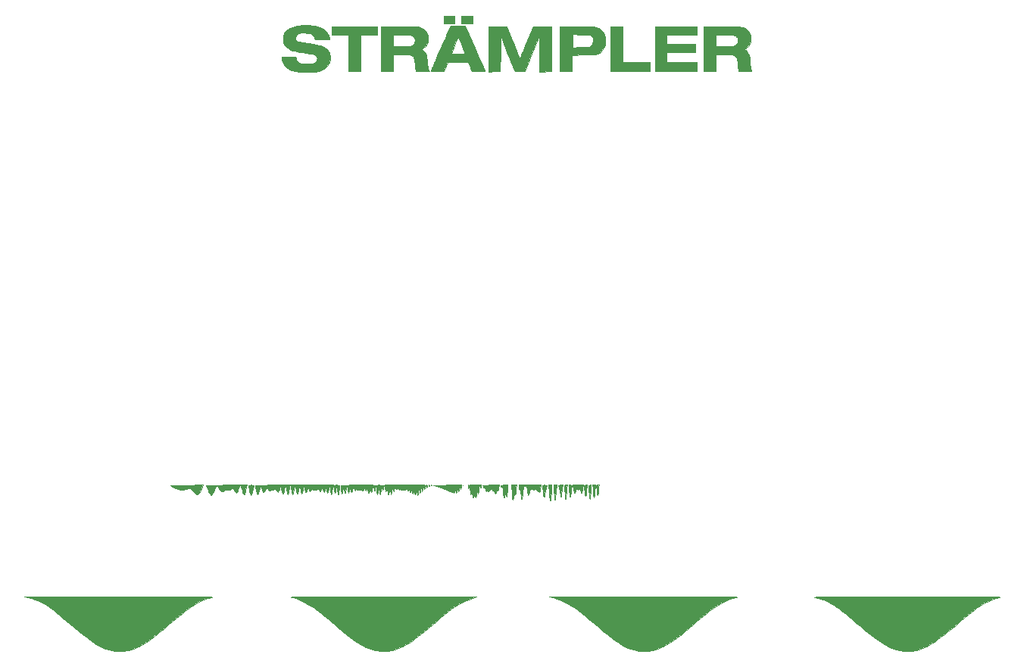
<source format=gto>
G04 #@! TF.GenerationSoftware,KiCad,Pcbnew,(5.1.2)-1*
G04 #@! TF.CreationDate,2019-05-15T15:41:14+02:00*
G04 #@! TF.ProjectId,frontplate-ctag,66726f6e-7470-46c6-9174-652d63746167,rev?*
G04 #@! TF.SameCoordinates,Original*
G04 #@! TF.FileFunction,Legend,Top*
G04 #@! TF.FilePolarity,Positive*
%FSLAX46Y46*%
G04 Gerber Fmt 4.6, Leading zero omitted, Abs format (unit mm)*
G04 Created by KiCad (PCBNEW (5.1.2)-1) date 2019-05-15 15:41:14*
%MOMM*%
%LPD*%
G04 APERTURE LIST*
%ADD10C,0.010000*%
%ADD11C,0.150000*%
G04 APERTURE END LIST*
D10*
G36*
X59312387Y-100607738D02*
G01*
X60446129Y-100607871D01*
X61498012Y-100608104D01*
X62470843Y-100608453D01*
X63367429Y-100608935D01*
X64190577Y-100609565D01*
X64943094Y-100610360D01*
X65627789Y-100611335D01*
X66247467Y-100612506D01*
X66804936Y-100613889D01*
X67303004Y-100615500D01*
X67744478Y-100617356D01*
X68132164Y-100619471D01*
X68468870Y-100621863D01*
X68757403Y-100624546D01*
X69000571Y-100627537D01*
X69201181Y-100630852D01*
X69362039Y-100634507D01*
X69485954Y-100638517D01*
X69575732Y-100642899D01*
X69634181Y-100647669D01*
X69664107Y-100652842D01*
X69668318Y-100658435D01*
X69649622Y-100664463D01*
X69639660Y-100666414D01*
X69170719Y-100782368D01*
X68669094Y-100964020D01*
X68147616Y-101205675D01*
X67619117Y-101501637D01*
X67302983Y-101703584D01*
X67069376Y-101863638D01*
X66830760Y-102035022D01*
X66578899Y-102224280D01*
X66305559Y-102437959D01*
X66002506Y-102682607D01*
X65661504Y-102964770D01*
X65274320Y-103290993D01*
X64838932Y-103662497D01*
X64555756Y-103904432D01*
X64272531Y-104144875D01*
X64000888Y-104374063D01*
X63752454Y-104582234D01*
X63538861Y-104759627D01*
X63371735Y-104896479D01*
X63307600Y-104947949D01*
X62669700Y-105424369D01*
X62049913Y-105827465D01*
X61450814Y-106155887D01*
X60874977Y-106408287D01*
X60324976Y-106583315D01*
X60084953Y-106636789D01*
X59852347Y-106668070D01*
X59568326Y-106686268D01*
X59260050Y-106691479D01*
X58954679Y-106683798D01*
X58679374Y-106663321D01*
X58465720Y-106631103D01*
X58137397Y-106550598D01*
X57813821Y-106449496D01*
X57489149Y-106324080D01*
X57157540Y-106170635D01*
X56813153Y-105985445D01*
X56450144Y-105764795D01*
X56062673Y-105504969D01*
X55644898Y-105202250D01*
X55190977Y-104852924D01*
X54695068Y-104453275D01*
X54151329Y-103999587D01*
X53636459Y-103559439D01*
X53207904Y-103191809D01*
X52832894Y-102874902D01*
X52502867Y-102601906D01*
X52209258Y-102366003D01*
X51943504Y-102160379D01*
X51697041Y-101978218D01*
X51461305Y-101812706D01*
X51332553Y-101725925D01*
X50809025Y-101397357D01*
X50321126Y-101132879D01*
X49856484Y-100926834D01*
X49402723Y-100773571D01*
X49067720Y-100691030D01*
X48665553Y-100606945D01*
X59312387Y-100607738D01*
X59312387Y-100607738D01*
G37*
X59312387Y-100607738D02*
X60446129Y-100607871D01*
X61498012Y-100608104D01*
X62470843Y-100608453D01*
X63367429Y-100608935D01*
X64190577Y-100609565D01*
X64943094Y-100610360D01*
X65627789Y-100611335D01*
X66247467Y-100612506D01*
X66804936Y-100613889D01*
X67303004Y-100615500D01*
X67744478Y-100617356D01*
X68132164Y-100619471D01*
X68468870Y-100621863D01*
X68757403Y-100624546D01*
X69000571Y-100627537D01*
X69201181Y-100630852D01*
X69362039Y-100634507D01*
X69485954Y-100638517D01*
X69575732Y-100642899D01*
X69634181Y-100647669D01*
X69664107Y-100652842D01*
X69668318Y-100658435D01*
X69649622Y-100664463D01*
X69639660Y-100666414D01*
X69170719Y-100782368D01*
X68669094Y-100964020D01*
X68147616Y-101205675D01*
X67619117Y-101501637D01*
X67302983Y-101703584D01*
X67069376Y-101863638D01*
X66830760Y-102035022D01*
X66578899Y-102224280D01*
X66305559Y-102437959D01*
X66002506Y-102682607D01*
X65661504Y-102964770D01*
X65274320Y-103290993D01*
X64838932Y-103662497D01*
X64555756Y-103904432D01*
X64272531Y-104144875D01*
X64000888Y-104374063D01*
X63752454Y-104582234D01*
X63538861Y-104759627D01*
X63371735Y-104896479D01*
X63307600Y-104947949D01*
X62669700Y-105424369D01*
X62049913Y-105827465D01*
X61450814Y-106155887D01*
X60874977Y-106408287D01*
X60324976Y-106583315D01*
X60084953Y-106636789D01*
X59852347Y-106668070D01*
X59568326Y-106686268D01*
X59260050Y-106691479D01*
X58954679Y-106683798D01*
X58679374Y-106663321D01*
X58465720Y-106631103D01*
X58137397Y-106550598D01*
X57813821Y-106449496D01*
X57489149Y-106324080D01*
X57157540Y-106170635D01*
X56813153Y-105985445D01*
X56450144Y-105764795D01*
X56062673Y-105504969D01*
X55644898Y-105202250D01*
X55190977Y-104852924D01*
X54695068Y-104453275D01*
X54151329Y-103999587D01*
X53636459Y-103559439D01*
X53207904Y-103191809D01*
X52832894Y-102874902D01*
X52502867Y-102601906D01*
X52209258Y-102366003D01*
X51943504Y-102160379D01*
X51697041Y-101978218D01*
X51461305Y-101812706D01*
X51332553Y-101725925D01*
X50809025Y-101397357D01*
X50321126Y-101132879D01*
X49856484Y-100926834D01*
X49402723Y-100773571D01*
X49067720Y-100691030D01*
X48665553Y-100606945D01*
X59312387Y-100607738D01*
G36*
X88432035Y-100609677D02*
G01*
X88776387Y-100609712D01*
X89717130Y-100609944D01*
X90634111Y-100610423D01*
X91523842Y-100611137D01*
X92382835Y-100612075D01*
X93207604Y-100613226D01*
X93994660Y-100614578D01*
X94740517Y-100616119D01*
X95441685Y-100617839D01*
X96094679Y-100619726D01*
X96696010Y-100621769D01*
X97242191Y-100623956D01*
X97729735Y-100626276D01*
X98155153Y-100628718D01*
X98514959Y-100631270D01*
X98805664Y-100633922D01*
X99023782Y-100636661D01*
X99165824Y-100639477D01*
X99228304Y-100642357D01*
X99229307Y-100643711D01*
X98782612Y-100746509D01*
X98302904Y-100906013D01*
X97811215Y-101113754D01*
X97328574Y-101361262D01*
X97073720Y-101511819D01*
X96771078Y-101709176D01*
X96436683Y-101945235D01*
X96065531Y-102223897D01*
X95652620Y-102549065D01*
X95192943Y-102924638D01*
X94681499Y-103354518D01*
X94385553Y-103607581D01*
X93884198Y-104035925D01*
X93437751Y-104411317D01*
X93039408Y-104738777D01*
X92682366Y-105023320D01*
X92359823Y-105269965D01*
X92064976Y-105483729D01*
X91791022Y-105669629D01*
X91531159Y-105832683D01*
X91278583Y-105977907D01*
X91026492Y-106110321D01*
X90922868Y-106161503D01*
X90476447Y-106363217D01*
X90069818Y-106511963D01*
X89681371Y-106613066D01*
X89289498Y-106671854D01*
X88872590Y-106693653D01*
X88763036Y-106693955D01*
X88397547Y-106680328D01*
X88063585Y-106645640D01*
X87883317Y-106614201D01*
X87358633Y-106467392D01*
X86804407Y-106242076D01*
X86220418Y-105938137D01*
X85606444Y-105555456D01*
X84962265Y-105093917D01*
X84848694Y-105006799D01*
X84724290Y-104907784D01*
X84546060Y-104762128D01*
X84324322Y-104578452D01*
X84069396Y-104365377D01*
X83791600Y-104131524D01*
X83501253Y-103885513D01*
X83240028Y-103662793D01*
X82945524Y-103411886D01*
X82652869Y-103164348D01*
X82372667Y-102929019D01*
X82115522Y-102714741D01*
X81892038Y-102530355D01*
X81712818Y-102384702D01*
X81600887Y-102296163D01*
X80955550Y-101824913D01*
X80341176Y-101431584D01*
X79756806Y-101115682D01*
X79201479Y-100876709D01*
X78674237Y-100714170D01*
X78449113Y-100666414D01*
X78423942Y-100660250D01*
X78420875Y-100654529D01*
X78442719Y-100649237D01*
X78492280Y-100644358D01*
X78572364Y-100639877D01*
X78685776Y-100635778D01*
X78835323Y-100632046D01*
X79023810Y-100628666D01*
X79254044Y-100625622D01*
X79528830Y-100622899D01*
X79850974Y-100620481D01*
X80223283Y-100618353D01*
X80648562Y-100616500D01*
X81129618Y-100614906D01*
X81669256Y-100613555D01*
X82270282Y-100612433D01*
X82935502Y-100611524D01*
X83667722Y-100610812D01*
X84469748Y-100610283D01*
X85344387Y-100609920D01*
X86294443Y-100609708D01*
X87322724Y-100609633D01*
X88432035Y-100609677D01*
X88432035Y-100609677D01*
G37*
X88432035Y-100609677D02*
X88776387Y-100609712D01*
X89717130Y-100609944D01*
X90634111Y-100610423D01*
X91523842Y-100611137D01*
X92382835Y-100612075D01*
X93207604Y-100613226D01*
X93994660Y-100614578D01*
X94740517Y-100616119D01*
X95441685Y-100617839D01*
X96094679Y-100619726D01*
X96696010Y-100621769D01*
X97242191Y-100623956D01*
X97729735Y-100626276D01*
X98155153Y-100628718D01*
X98514959Y-100631270D01*
X98805664Y-100633922D01*
X99023782Y-100636661D01*
X99165824Y-100639477D01*
X99228304Y-100642357D01*
X99229307Y-100643711D01*
X98782612Y-100746509D01*
X98302904Y-100906013D01*
X97811215Y-101113754D01*
X97328574Y-101361262D01*
X97073720Y-101511819D01*
X96771078Y-101709176D01*
X96436683Y-101945235D01*
X96065531Y-102223897D01*
X95652620Y-102549065D01*
X95192943Y-102924638D01*
X94681499Y-103354518D01*
X94385553Y-103607581D01*
X93884198Y-104035925D01*
X93437751Y-104411317D01*
X93039408Y-104738777D01*
X92682366Y-105023320D01*
X92359823Y-105269965D01*
X92064976Y-105483729D01*
X91791022Y-105669629D01*
X91531159Y-105832683D01*
X91278583Y-105977907D01*
X91026492Y-106110321D01*
X90922868Y-106161503D01*
X90476447Y-106363217D01*
X90069818Y-106511963D01*
X89681371Y-106613066D01*
X89289498Y-106671854D01*
X88872590Y-106693653D01*
X88763036Y-106693955D01*
X88397547Y-106680328D01*
X88063585Y-106645640D01*
X87883317Y-106614201D01*
X87358633Y-106467392D01*
X86804407Y-106242076D01*
X86220418Y-105938137D01*
X85606444Y-105555456D01*
X84962265Y-105093917D01*
X84848694Y-105006799D01*
X84724290Y-104907784D01*
X84546060Y-104762128D01*
X84324322Y-104578452D01*
X84069396Y-104365377D01*
X83791600Y-104131524D01*
X83501253Y-103885513D01*
X83240028Y-103662793D01*
X82945524Y-103411886D01*
X82652869Y-103164348D01*
X82372667Y-102929019D01*
X82115522Y-102714741D01*
X81892038Y-102530355D01*
X81712818Y-102384702D01*
X81600887Y-102296163D01*
X80955550Y-101824913D01*
X80341176Y-101431584D01*
X79756806Y-101115682D01*
X79201479Y-100876709D01*
X78674237Y-100714170D01*
X78449113Y-100666414D01*
X78423942Y-100660250D01*
X78420875Y-100654529D01*
X78442719Y-100649237D01*
X78492280Y-100644358D01*
X78572364Y-100639877D01*
X78685776Y-100635778D01*
X78835323Y-100632046D01*
X79023810Y-100628666D01*
X79254044Y-100625622D01*
X79528830Y-100622899D01*
X79850974Y-100620481D01*
X80223283Y-100618353D01*
X80648562Y-100616500D01*
X81129618Y-100614906D01*
X81669256Y-100613555D01*
X82270282Y-100612433D01*
X82935502Y-100611524D01*
X83667722Y-100610812D01*
X84469748Y-100610283D01*
X85344387Y-100609920D01*
X86294443Y-100609708D01*
X87322724Y-100609633D01*
X88432035Y-100609677D01*
G36*
X117944053Y-100607738D02*
G01*
X119077796Y-100607871D01*
X120129679Y-100608104D01*
X121102509Y-100608453D01*
X121999095Y-100608935D01*
X122822243Y-100609565D01*
X123574761Y-100610360D01*
X124259455Y-100611335D01*
X124879134Y-100612506D01*
X125436603Y-100613889D01*
X125934671Y-100615500D01*
X126376144Y-100617356D01*
X126763830Y-100619471D01*
X127100537Y-100621863D01*
X127389070Y-100624546D01*
X127632238Y-100627537D01*
X127832847Y-100630852D01*
X127993706Y-100634507D01*
X128117621Y-100638517D01*
X128207399Y-100642899D01*
X128265847Y-100647669D01*
X128295774Y-100652842D01*
X128299985Y-100658435D01*
X128281289Y-100664463D01*
X128271327Y-100666414D01*
X127797684Y-100783735D01*
X127290863Y-100968139D01*
X126762092Y-101214624D01*
X126222600Y-101518187D01*
X125906448Y-101720276D01*
X125684828Y-101872358D01*
X125451458Y-102040944D01*
X125199123Y-102231803D01*
X124920605Y-102450702D01*
X124608689Y-102703408D01*
X124256157Y-102995689D01*
X123855793Y-103333311D01*
X123400380Y-103722042D01*
X123382713Y-103737195D01*
X123106039Y-103973615D01*
X122830058Y-104207766D01*
X122566531Y-104429792D01*
X122327220Y-104629836D01*
X122123885Y-104798041D01*
X121968289Y-104924549D01*
X121923387Y-104960221D01*
X121262780Y-105449581D01*
X120628283Y-105858408D01*
X120019885Y-106186709D01*
X119437578Y-106434486D01*
X118881352Y-106601746D01*
X118716620Y-106636789D01*
X118484014Y-106668070D01*
X118199993Y-106686268D01*
X117891717Y-106691479D01*
X117586346Y-106683798D01*
X117311040Y-106663321D01*
X117097387Y-106631103D01*
X116769226Y-106550647D01*
X116445833Y-106449625D01*
X116121358Y-106324319D01*
X115789958Y-106171011D01*
X115445784Y-105985986D01*
X115082990Y-105765524D01*
X114695731Y-105505910D01*
X114278159Y-105203425D01*
X113824429Y-104854352D01*
X113328694Y-104454975D01*
X112785107Y-104001575D01*
X112271387Y-103562586D01*
X112010874Y-103338957D01*
X111748291Y-103115385D01*
X111497125Y-102903220D01*
X111270866Y-102713815D01*
X111083003Y-102558519D01*
X110959053Y-102458213D01*
X110339618Y-101988416D01*
X109754742Y-101591497D01*
X109200111Y-101265119D01*
X108671414Y-101006944D01*
X108164339Y-100814634D01*
X107699387Y-100690958D01*
X107297220Y-100606945D01*
X117944053Y-100607738D01*
X117944053Y-100607738D01*
G37*
X117944053Y-100607738D02*
X119077796Y-100607871D01*
X120129679Y-100608104D01*
X121102509Y-100608453D01*
X121999095Y-100608935D01*
X122822243Y-100609565D01*
X123574761Y-100610360D01*
X124259455Y-100611335D01*
X124879134Y-100612506D01*
X125436603Y-100613889D01*
X125934671Y-100615500D01*
X126376144Y-100617356D01*
X126763830Y-100619471D01*
X127100537Y-100621863D01*
X127389070Y-100624546D01*
X127632238Y-100627537D01*
X127832847Y-100630852D01*
X127993706Y-100634507D01*
X128117621Y-100638517D01*
X128207399Y-100642899D01*
X128265847Y-100647669D01*
X128295774Y-100652842D01*
X128299985Y-100658435D01*
X128281289Y-100664463D01*
X128271327Y-100666414D01*
X127797684Y-100783735D01*
X127290863Y-100968139D01*
X126762092Y-101214624D01*
X126222600Y-101518187D01*
X125906448Y-101720276D01*
X125684828Y-101872358D01*
X125451458Y-102040944D01*
X125199123Y-102231803D01*
X124920605Y-102450702D01*
X124608689Y-102703408D01*
X124256157Y-102995689D01*
X123855793Y-103333311D01*
X123400380Y-103722042D01*
X123382713Y-103737195D01*
X123106039Y-103973615D01*
X122830058Y-104207766D01*
X122566531Y-104429792D01*
X122327220Y-104629836D01*
X122123885Y-104798041D01*
X121968289Y-104924549D01*
X121923387Y-104960221D01*
X121262780Y-105449581D01*
X120628283Y-105858408D01*
X120019885Y-106186709D01*
X119437578Y-106434486D01*
X118881352Y-106601746D01*
X118716620Y-106636789D01*
X118484014Y-106668070D01*
X118199993Y-106686268D01*
X117891717Y-106691479D01*
X117586346Y-106683798D01*
X117311040Y-106663321D01*
X117097387Y-106631103D01*
X116769226Y-106550647D01*
X116445833Y-106449625D01*
X116121358Y-106324319D01*
X115789958Y-106171011D01*
X115445784Y-105985986D01*
X115082990Y-105765524D01*
X114695731Y-105505910D01*
X114278159Y-105203425D01*
X113824429Y-104854352D01*
X113328694Y-104454975D01*
X112785107Y-104001575D01*
X112271387Y-103562586D01*
X112010874Y-103338957D01*
X111748291Y-103115385D01*
X111497125Y-102903220D01*
X111270866Y-102713815D01*
X111083003Y-102558519D01*
X110959053Y-102458213D01*
X110339618Y-101988416D01*
X109754742Y-101591497D01*
X109200111Y-101265119D01*
X108671414Y-101006944D01*
X108164339Y-100814634D01*
X107699387Y-100690958D01*
X107297220Y-100606945D01*
X117944053Y-100607738D01*
G36*
X150461484Y-100607766D02*
G01*
X151345009Y-100607873D01*
X152155765Y-100608092D01*
X152896726Y-100608444D01*
X153570868Y-100608952D01*
X154181164Y-100609636D01*
X154730590Y-100610520D01*
X155222119Y-100611625D01*
X155658726Y-100612974D01*
X156043386Y-100614588D01*
X156379072Y-100616489D01*
X156668760Y-100618700D01*
X156915425Y-100621242D01*
X157122039Y-100624137D01*
X157291579Y-100627408D01*
X157427018Y-100631076D01*
X157531330Y-100635164D01*
X157607492Y-100639693D01*
X157658476Y-100644685D01*
X157687257Y-100650163D01*
X157696810Y-100656149D01*
X157690109Y-100662664D01*
X157670129Y-100669730D01*
X157639844Y-100677370D01*
X157610387Y-100683869D01*
X157273963Y-100765475D01*
X156962039Y-100864043D01*
X156644870Y-100990342D01*
X156292713Y-101155137D01*
X156250639Y-101176039D01*
X155988705Y-101312598D01*
X155726983Y-101461779D01*
X155458610Y-101628660D01*
X155176723Y-101818324D01*
X154874460Y-102035853D01*
X154544958Y-102286327D01*
X154181354Y-102574827D01*
X153776786Y-102906436D01*
X153324390Y-103286234D01*
X152826720Y-103711210D01*
X152324054Y-104139960D01*
X151875318Y-104515183D01*
X151473430Y-104842054D01*
X151111308Y-105125751D01*
X150781871Y-105371449D01*
X150478038Y-105584324D01*
X150192728Y-105769553D01*
X149918858Y-105932312D01*
X149649347Y-106077777D01*
X149461220Y-106171254D01*
X149031369Y-106364766D01*
X148643685Y-106508256D01*
X148276265Y-106607052D01*
X147907208Y-106666484D01*
X147514613Y-106691881D01*
X147314588Y-106693568D01*
X147080809Y-106687125D01*
X146847716Y-106672258D01*
X146644984Y-106651306D01*
X146521136Y-106630993D01*
X146191646Y-106549651D01*
X145879779Y-106449571D01*
X145557090Y-106320451D01*
X145195136Y-106151989D01*
X145185553Y-106147290D01*
X144926559Y-106015281D01*
X144673921Y-105875458D01*
X144420275Y-105722423D01*
X144158254Y-105550780D01*
X143880492Y-105355131D01*
X143579625Y-105130080D01*
X143248285Y-104870229D01*
X142879107Y-104570181D01*
X142464726Y-104224539D01*
X141997775Y-103827907D01*
X141865793Y-103714859D01*
X141448976Y-103358423D01*
X141087284Y-103051804D01*
X140772604Y-102788522D01*
X140496823Y-102562097D01*
X140251827Y-102366049D01*
X140029505Y-102193898D01*
X139821742Y-102039164D01*
X139620425Y-101895368D01*
X139417442Y-101756028D01*
X139390968Y-101738212D01*
X138778763Y-101359691D01*
X138179624Y-101054496D01*
X137598382Y-100824799D01*
X137039866Y-100672776D01*
X137010068Y-100666744D01*
X136987970Y-100660571D01*
X136987955Y-100654840D01*
X137012839Y-100649533D01*
X137065437Y-100644635D01*
X137148563Y-100640130D01*
X137265034Y-100636001D01*
X137417663Y-100632233D01*
X137609266Y-100628810D01*
X137842658Y-100625715D01*
X138120654Y-100622933D01*
X138446069Y-100620448D01*
X138821717Y-100618243D01*
X139250415Y-100616302D01*
X139734976Y-100614610D01*
X140278217Y-100613151D01*
X140882951Y-100611908D01*
X141551994Y-100610865D01*
X142288161Y-100610006D01*
X143094267Y-100609316D01*
X143973126Y-100608778D01*
X144927555Y-100608377D01*
X145960368Y-100608095D01*
X147074380Y-100607918D01*
X147344553Y-100607890D01*
X148464231Y-100607796D01*
X149502216Y-100607747D01*
X150461484Y-100607766D01*
X150461484Y-100607766D01*
G37*
X150461484Y-100607766D02*
X151345009Y-100607873D01*
X152155765Y-100608092D01*
X152896726Y-100608444D01*
X153570868Y-100608952D01*
X154181164Y-100609636D01*
X154730590Y-100610520D01*
X155222119Y-100611625D01*
X155658726Y-100612974D01*
X156043386Y-100614588D01*
X156379072Y-100616489D01*
X156668760Y-100618700D01*
X156915425Y-100621242D01*
X157122039Y-100624137D01*
X157291579Y-100627408D01*
X157427018Y-100631076D01*
X157531330Y-100635164D01*
X157607492Y-100639693D01*
X157658476Y-100644685D01*
X157687257Y-100650163D01*
X157696810Y-100656149D01*
X157690109Y-100662664D01*
X157670129Y-100669730D01*
X157639844Y-100677370D01*
X157610387Y-100683869D01*
X157273963Y-100765475D01*
X156962039Y-100864043D01*
X156644870Y-100990342D01*
X156292713Y-101155137D01*
X156250639Y-101176039D01*
X155988705Y-101312598D01*
X155726983Y-101461779D01*
X155458610Y-101628660D01*
X155176723Y-101818324D01*
X154874460Y-102035853D01*
X154544958Y-102286327D01*
X154181354Y-102574827D01*
X153776786Y-102906436D01*
X153324390Y-103286234D01*
X152826720Y-103711210D01*
X152324054Y-104139960D01*
X151875318Y-104515183D01*
X151473430Y-104842054D01*
X151111308Y-105125751D01*
X150781871Y-105371449D01*
X150478038Y-105584324D01*
X150192728Y-105769553D01*
X149918858Y-105932312D01*
X149649347Y-106077777D01*
X149461220Y-106171254D01*
X149031369Y-106364766D01*
X148643685Y-106508256D01*
X148276265Y-106607052D01*
X147907208Y-106666484D01*
X147514613Y-106691881D01*
X147314588Y-106693568D01*
X147080809Y-106687125D01*
X146847716Y-106672258D01*
X146644984Y-106651306D01*
X146521136Y-106630993D01*
X146191646Y-106549651D01*
X145879779Y-106449571D01*
X145557090Y-106320451D01*
X145195136Y-106151989D01*
X145185553Y-106147290D01*
X144926559Y-106015281D01*
X144673921Y-105875458D01*
X144420275Y-105722423D01*
X144158254Y-105550780D01*
X143880492Y-105355131D01*
X143579625Y-105130080D01*
X143248285Y-104870229D01*
X142879107Y-104570181D01*
X142464726Y-104224539D01*
X141997775Y-103827907D01*
X141865793Y-103714859D01*
X141448976Y-103358423D01*
X141087284Y-103051804D01*
X140772604Y-102788522D01*
X140496823Y-102562097D01*
X140251827Y-102366049D01*
X140029505Y-102193898D01*
X139821742Y-102039164D01*
X139620425Y-101895368D01*
X139417442Y-101756028D01*
X139390968Y-101738212D01*
X138778763Y-101359691D01*
X138179624Y-101054496D01*
X137598382Y-100824799D01*
X137039866Y-100672776D01*
X137010068Y-100666744D01*
X136987970Y-100660571D01*
X136987955Y-100654840D01*
X137012839Y-100649533D01*
X137065437Y-100644635D01*
X137148563Y-100640130D01*
X137265034Y-100636001D01*
X137417663Y-100632233D01*
X137609266Y-100628810D01*
X137842658Y-100625715D01*
X138120654Y-100622933D01*
X138446069Y-100620448D01*
X138821717Y-100618243D01*
X139250415Y-100616302D01*
X139734976Y-100614610D01*
X140278217Y-100613151D01*
X140882951Y-100611908D01*
X141551994Y-100610865D01*
X142288161Y-100610006D01*
X143094267Y-100609316D01*
X143973126Y-100608778D01*
X144927555Y-100608377D01*
X145960368Y-100608095D01*
X147074380Y-100607918D01*
X147344553Y-100607890D01*
X148464231Y-100607796D01*
X149502216Y-100607747D01*
X150461484Y-100607766D01*
G36*
X107572387Y-88296530D02*
G01*
X107569074Y-88444789D01*
X107560008Y-88638650D01*
X107546493Y-88861637D01*
X107529838Y-89097276D01*
X107511348Y-89329093D01*
X107492330Y-89540614D01*
X107474089Y-89715365D01*
X107457933Y-89836872D01*
X107446256Y-89887086D01*
X107421361Y-89890905D01*
X107398241Y-89813729D01*
X107386917Y-89738919D01*
X107373184Y-89613564D01*
X107355416Y-89429297D01*
X107335983Y-89211627D01*
X107318491Y-89001600D01*
X107299759Y-88779480D01*
X107280490Y-88570668D01*
X107263002Y-88399233D01*
X107250098Y-88292517D01*
X107224106Y-88112600D01*
X107572387Y-88112600D01*
X107572387Y-88296530D01*
X107572387Y-88296530D01*
G37*
X107572387Y-88296530D02*
X107569074Y-88444789D01*
X107560008Y-88638650D01*
X107546493Y-88861637D01*
X107529838Y-89097276D01*
X107511348Y-89329093D01*
X107492330Y-89540614D01*
X107474089Y-89715365D01*
X107457933Y-89836872D01*
X107446256Y-89887086D01*
X107421361Y-89890905D01*
X107398241Y-89813729D01*
X107386917Y-89738919D01*
X107373184Y-89613564D01*
X107355416Y-89429297D01*
X107335983Y-89211627D01*
X107318491Y-89001600D01*
X107299759Y-88779480D01*
X107280490Y-88570668D01*
X107263002Y-88399233D01*
X107250098Y-88292517D01*
X107224106Y-88112600D01*
X107572387Y-88112600D01*
X107572387Y-88296530D01*
G36*
X108150771Y-88271350D02*
G01*
X108137921Y-88368157D01*
X108119042Y-88530395D01*
X108096222Y-88739215D01*
X108071544Y-88975772D01*
X108058400Y-89106199D01*
X108034799Y-89335577D01*
X108012957Y-89533472D01*
X107994591Y-89685388D01*
X107981421Y-89776828D01*
X107976499Y-89796932D01*
X107945435Y-89783585D01*
X107938713Y-89774106D01*
X107926868Y-89718393D01*
X107910665Y-89588257D01*
X107891027Y-89393775D01*
X107868876Y-89145026D01*
X107845136Y-88852087D01*
X107820729Y-88525038D01*
X107808849Y-88356017D01*
X107792082Y-88112600D01*
X108175874Y-88112600D01*
X108150771Y-88271350D01*
X108150771Y-88271350D01*
G37*
X108150771Y-88271350D02*
X108137921Y-88368157D01*
X108119042Y-88530395D01*
X108096222Y-88739215D01*
X108071544Y-88975772D01*
X108058400Y-89106199D01*
X108034799Y-89335577D01*
X108012957Y-89533472D01*
X107994591Y-89685388D01*
X107981421Y-89776828D01*
X107976499Y-89796932D01*
X107945435Y-89783585D01*
X107938713Y-89774106D01*
X107926868Y-89718393D01*
X107910665Y-89588257D01*
X107891027Y-89393775D01*
X107868876Y-89145026D01*
X107845136Y-88852087D01*
X107820729Y-88525038D01*
X107808849Y-88356017D01*
X107792082Y-88112600D01*
X108175874Y-88112600D01*
X108150771Y-88271350D01*
G36*
X103618995Y-88483017D02*
G01*
X103597437Y-88751387D01*
X103578015Y-88945779D01*
X103558480Y-89076766D01*
X103536581Y-89154925D01*
X103510067Y-89190829D01*
X103476688Y-89195053D01*
X103467955Y-89192704D01*
X103427285Y-89193019D01*
X103396375Y-89234480D01*
X103368249Y-89332269D01*
X103342107Y-89466604D01*
X103311765Y-89612109D01*
X103281413Y-89717991D01*
X103257189Y-89763222D01*
X103255420Y-89763600D01*
X103232459Y-89725495D01*
X103209471Y-89627598D01*
X103197318Y-89541350D01*
X103184668Y-89403433D01*
X103170301Y-89210759D01*
X103156331Y-88993148D01*
X103148517Y-88853434D01*
X103136499Y-88648029D01*
X103123212Y-88460469D01*
X103110512Y-88315228D01*
X103102712Y-88250184D01*
X103081217Y-88112600D01*
X103647030Y-88112600D01*
X103618995Y-88483017D01*
X103618995Y-88483017D01*
G37*
X103618995Y-88483017D02*
X103597437Y-88751387D01*
X103578015Y-88945779D01*
X103558480Y-89076766D01*
X103536581Y-89154925D01*
X103510067Y-89190829D01*
X103476688Y-89195053D01*
X103467955Y-89192704D01*
X103427285Y-89193019D01*
X103396375Y-89234480D01*
X103368249Y-89332269D01*
X103342107Y-89466604D01*
X103311765Y-89612109D01*
X103281413Y-89717991D01*
X103257189Y-89763222D01*
X103255420Y-89763600D01*
X103232459Y-89725495D01*
X103209471Y-89627598D01*
X103197318Y-89541350D01*
X103184668Y-89403433D01*
X103170301Y-89210759D01*
X103156331Y-88993148D01*
X103148517Y-88853434D01*
X103136499Y-88648029D01*
X103123212Y-88460469D01*
X103110512Y-88315228D01*
X103102712Y-88250184D01*
X103081217Y-88112600D01*
X103647030Y-88112600D01*
X103618995Y-88483017D01*
G36*
X106368494Y-88250184D02*
G01*
X106324973Y-88511107D01*
X106290940Y-88698757D01*
X106264164Y-88823711D01*
X106242412Y-88896546D01*
X106225976Y-88925611D01*
X106181752Y-88914987D01*
X106096697Y-88855511D01*
X105988353Y-88759656D01*
X105976725Y-88748366D01*
X105861302Y-88639668D01*
X105787829Y-88585011D01*
X105741102Y-88575973D01*
X105709129Y-88600146D01*
X105621598Y-88658508D01*
X105532138Y-88633085D01*
X105498780Y-88600309D01*
X105417383Y-88556616D01*
X105313679Y-88548228D01*
X105251039Y-88557611D01*
X105203512Y-88583313D01*
X105163920Y-88638918D01*
X105125087Y-88738005D01*
X105079836Y-88894157D01*
X105030313Y-89084453D01*
X104997904Y-89187191D01*
X104968644Y-89222302D01*
X104940686Y-89186071D01*
X104912181Y-89074780D01*
X104881285Y-88884714D01*
X104862902Y-88747600D01*
X104830000Y-88515000D01*
X104798423Y-88356925D01*
X104764078Y-88263409D01*
X104722874Y-88224484D01*
X104670720Y-88230183D01*
X104653841Y-88238287D01*
X104583864Y-88256550D01*
X104551113Y-88217658D01*
X104505779Y-88159530D01*
X104456852Y-88178930D01*
X104426058Y-88250184D01*
X104414165Y-88326223D01*
X104397532Y-88468057D01*
X104378150Y-88657081D01*
X104358013Y-88874689D01*
X104353009Y-88932372D01*
X104324396Y-89240598D01*
X104297958Y-89468142D01*
X104273005Y-89618941D01*
X104248849Y-89696930D01*
X104224801Y-89706047D01*
X104218957Y-89698404D01*
X104203858Y-89641243D01*
X104183372Y-89519980D01*
X104160654Y-89354749D01*
X104146308Y-89234434D01*
X104118265Y-88993816D01*
X104095244Y-88825078D01*
X104074280Y-88715810D01*
X104052411Y-88653603D01*
X104026671Y-88626047D01*
X103999705Y-88620600D01*
X103952235Y-88581574D01*
X103914746Y-88477495D01*
X103892808Y-88327862D01*
X103889387Y-88234309D01*
X103889387Y-88112600D01*
X106390890Y-88112600D01*
X106368494Y-88250184D01*
X106368494Y-88250184D01*
G37*
X106368494Y-88250184D02*
X106324973Y-88511107D01*
X106290940Y-88698757D01*
X106264164Y-88823711D01*
X106242412Y-88896546D01*
X106225976Y-88925611D01*
X106181752Y-88914987D01*
X106096697Y-88855511D01*
X105988353Y-88759656D01*
X105976725Y-88748366D01*
X105861302Y-88639668D01*
X105787829Y-88585011D01*
X105741102Y-88575973D01*
X105709129Y-88600146D01*
X105621598Y-88658508D01*
X105532138Y-88633085D01*
X105498780Y-88600309D01*
X105417383Y-88556616D01*
X105313679Y-88548228D01*
X105251039Y-88557611D01*
X105203512Y-88583313D01*
X105163920Y-88638918D01*
X105125087Y-88738005D01*
X105079836Y-88894157D01*
X105030313Y-89084453D01*
X104997904Y-89187191D01*
X104968644Y-89222302D01*
X104940686Y-89186071D01*
X104912181Y-89074780D01*
X104881285Y-88884714D01*
X104862902Y-88747600D01*
X104830000Y-88515000D01*
X104798423Y-88356925D01*
X104764078Y-88263409D01*
X104722874Y-88224484D01*
X104670720Y-88230183D01*
X104653841Y-88238287D01*
X104583864Y-88256550D01*
X104551113Y-88217658D01*
X104505779Y-88159530D01*
X104456852Y-88178930D01*
X104426058Y-88250184D01*
X104414165Y-88326223D01*
X104397532Y-88468057D01*
X104378150Y-88657081D01*
X104358013Y-88874689D01*
X104353009Y-88932372D01*
X104324396Y-89240598D01*
X104297958Y-89468142D01*
X104273005Y-89618941D01*
X104248849Y-89696930D01*
X104224801Y-89706047D01*
X104218957Y-89698404D01*
X104203858Y-89641243D01*
X104183372Y-89519980D01*
X104160654Y-89354749D01*
X104146308Y-89234434D01*
X104118265Y-88993816D01*
X104095244Y-88825078D01*
X104074280Y-88715810D01*
X104052411Y-88653603D01*
X104026671Y-88626047D01*
X103999705Y-88620600D01*
X103952235Y-88581574D01*
X103914746Y-88477495D01*
X103892808Y-88327862D01*
X103889387Y-88234309D01*
X103889387Y-88112600D01*
X106390890Y-88112600D01*
X106368494Y-88250184D01*
G36*
X109287978Y-88483017D02*
G01*
X109266031Y-88762140D01*
X109243118Y-89028015D01*
X109220560Y-89267591D01*
X109199676Y-89467815D01*
X109181788Y-89615635D01*
X109168215Y-89697999D01*
X109163832Y-89710266D01*
X109130922Y-89698966D01*
X109124129Y-89689573D01*
X109113338Y-89636341D01*
X109098764Y-89514110D01*
X109081953Y-89338378D01*
X109064450Y-89124645D01*
X109055252Y-88998840D01*
X109038035Y-88763038D01*
X109021149Y-88549111D01*
X109006110Y-88375056D01*
X108994430Y-88258874D01*
X108990473Y-88229017D01*
X108984545Y-88154960D01*
X109013485Y-88121640D01*
X109098586Y-88112868D01*
X109143578Y-88112600D01*
X109315654Y-88112600D01*
X109287978Y-88483017D01*
X109287978Y-88483017D01*
G37*
X109287978Y-88483017D02*
X109266031Y-88762140D01*
X109243118Y-89028015D01*
X109220560Y-89267591D01*
X109199676Y-89467815D01*
X109181788Y-89615635D01*
X109168215Y-89697999D01*
X109163832Y-89710266D01*
X109130922Y-89698966D01*
X109124129Y-89689573D01*
X109113338Y-89636341D01*
X109098764Y-89514110D01*
X109081953Y-89338378D01*
X109064450Y-89124645D01*
X109055252Y-88998840D01*
X109038035Y-88763038D01*
X109021149Y-88549111D01*
X109006110Y-88375056D01*
X108994430Y-88258874D01*
X108990473Y-88229017D01*
X108984545Y-88154960D01*
X109013485Y-88121640D01*
X109098586Y-88112868D01*
X109143578Y-88112600D01*
X109315654Y-88112600D01*
X109287978Y-88483017D01*
G36*
X111992748Y-88398350D02*
G01*
X111969702Y-88694129D01*
X111946517Y-88971560D01*
X111924344Y-89218589D01*
X111904332Y-89423165D01*
X111887633Y-89573235D01*
X111875396Y-89656747D01*
X111871419Y-89669679D01*
X111848336Y-89649464D01*
X111831707Y-89608040D01*
X111820095Y-89539226D01*
X111804793Y-89404753D01*
X111787336Y-89223471D01*
X111769257Y-89014226D01*
X111752091Y-88795866D01*
X111737374Y-88587239D01*
X111726638Y-88407192D01*
X111721420Y-88274573D01*
X111721156Y-88250184D01*
X111728526Y-88157547D01*
X111768128Y-88119812D01*
X111865917Y-88112601D01*
X111867627Y-88112600D01*
X112014201Y-88112600D01*
X111992748Y-88398350D01*
X111992748Y-88398350D01*
G37*
X111992748Y-88398350D02*
X111969702Y-88694129D01*
X111946517Y-88971560D01*
X111924344Y-89218589D01*
X111904332Y-89423165D01*
X111887633Y-89573235D01*
X111875396Y-89656747D01*
X111871419Y-89669679D01*
X111848336Y-89649464D01*
X111831707Y-89608040D01*
X111820095Y-89539226D01*
X111804793Y-89404753D01*
X111787336Y-89223471D01*
X111769257Y-89014226D01*
X111752091Y-88795866D01*
X111737374Y-88587239D01*
X111726638Y-88407192D01*
X111721420Y-88274573D01*
X111721156Y-88250184D01*
X111728526Y-88157547D01*
X111768128Y-88119812D01*
X111865917Y-88112601D01*
X111867627Y-88112600D01*
X112014201Y-88112600D01*
X111992748Y-88398350D01*
G36*
X99712897Y-88250184D02*
G01*
X99679586Y-88377687D01*
X99642275Y-88421136D01*
X99599763Y-88381094D01*
X99571132Y-88316891D01*
X99518026Y-88176100D01*
X99484083Y-88345434D01*
X99461909Y-88477863D01*
X99438065Y-88653606D01*
X99420211Y-88811100D01*
X99390281Y-89107434D01*
X99327310Y-88959267D01*
X99284782Y-88868394D01*
X99257794Y-88848024D01*
X99232620Y-88889208D01*
X99229918Y-88895767D01*
X99206233Y-88984158D01*
X99182064Y-89121077D01*
X99168813Y-89223183D01*
X99141983Y-89389017D01*
X99107637Y-89476046D01*
X99067512Y-89482423D01*
X99023343Y-89406306D01*
X99015817Y-89385775D01*
X98965869Y-89283293D01*
X98919282Y-89264269D01*
X98880142Y-89328766D01*
X98866360Y-89383481D01*
X98833292Y-89496147D01*
X98798852Y-89525998D01*
X98767827Y-89472621D01*
X98751797Y-89393363D01*
X98733957Y-89258011D01*
X98713458Y-89087339D01*
X98702595Y-88990445D01*
X98679324Y-88842689D01*
X98651785Y-88779392D01*
X98621613Y-88800554D01*
X98590446Y-88906175D01*
X98575026Y-88990496D01*
X98542562Y-89192100D01*
X98511544Y-89043934D01*
X98494514Y-88934314D01*
X98475779Y-88769398D01*
X98458514Y-88578417D01*
X98452935Y-88504184D01*
X98425344Y-88112600D01*
X99738603Y-88112600D01*
X99712897Y-88250184D01*
X99712897Y-88250184D01*
G37*
X99712897Y-88250184D02*
X99679586Y-88377687D01*
X99642275Y-88421136D01*
X99599763Y-88381094D01*
X99571132Y-88316891D01*
X99518026Y-88176100D01*
X99484083Y-88345434D01*
X99461909Y-88477863D01*
X99438065Y-88653606D01*
X99420211Y-88811100D01*
X99390281Y-89107434D01*
X99327310Y-88959267D01*
X99284782Y-88868394D01*
X99257794Y-88848024D01*
X99232620Y-88889208D01*
X99229918Y-88895767D01*
X99206233Y-88984158D01*
X99182064Y-89121077D01*
X99168813Y-89223183D01*
X99141983Y-89389017D01*
X99107637Y-89476046D01*
X99067512Y-89482423D01*
X99023343Y-89406306D01*
X99015817Y-89385775D01*
X98965869Y-89283293D01*
X98919282Y-89264269D01*
X98880142Y-89328766D01*
X98866360Y-89383481D01*
X98833292Y-89496147D01*
X98798852Y-89525998D01*
X98767827Y-89472621D01*
X98751797Y-89393363D01*
X98733957Y-89258011D01*
X98713458Y-89087339D01*
X98702595Y-88990445D01*
X98679324Y-88842689D01*
X98651785Y-88779392D01*
X98621613Y-88800554D01*
X98590446Y-88906175D01*
X98575026Y-88990496D01*
X98542562Y-89192100D01*
X98511544Y-89043934D01*
X98494514Y-88934314D01*
X98475779Y-88769398D01*
X98458514Y-88578417D01*
X98452935Y-88504184D01*
X98425344Y-88112600D01*
X99738603Y-88112600D01*
X99712897Y-88250184D01*
G36*
X102639035Y-88588850D02*
G01*
X102624002Y-88800626D01*
X102606804Y-88998780D01*
X102589852Y-89157451D01*
X102578849Y-89234434D01*
X102548485Y-89403767D01*
X102493079Y-89288678D01*
X102440595Y-89207119D01*
X102398226Y-89206578D01*
X102362994Y-89288503D01*
X102347379Y-89359481D01*
X102313800Y-89479907D01*
X102275862Y-89527476D01*
X102240249Y-89498131D01*
X102221511Y-89435886D01*
X102208836Y-89349094D01*
X102191858Y-89198932D01*
X102172790Y-89006446D01*
X102153845Y-88792683D01*
X102153722Y-88791205D01*
X102127164Y-88521403D01*
X102099417Y-88335646D01*
X102070305Y-88233320D01*
X102039651Y-88213810D01*
X102007281Y-88276502D01*
X102006711Y-88278287D01*
X101967939Y-88340611D01*
X101927493Y-88329975D01*
X101902019Y-88256081D01*
X101899720Y-88215935D01*
X101902995Y-88167196D01*
X101923628Y-88136850D01*
X101977834Y-88120541D01*
X102081827Y-88113912D01*
X102251819Y-88112606D01*
X102284288Y-88112600D01*
X102668856Y-88112600D01*
X102639035Y-88588850D01*
X102639035Y-88588850D01*
G37*
X102639035Y-88588850D02*
X102624002Y-88800626D01*
X102606804Y-88998780D01*
X102589852Y-89157451D01*
X102578849Y-89234434D01*
X102548485Y-89403767D01*
X102493079Y-89288678D01*
X102440595Y-89207119D01*
X102398226Y-89206578D01*
X102362994Y-89288503D01*
X102347379Y-89359481D01*
X102313800Y-89479907D01*
X102275862Y-89527476D01*
X102240249Y-89498131D01*
X102221511Y-89435886D01*
X102208836Y-89349094D01*
X102191858Y-89198932D01*
X102172790Y-89006446D01*
X102153845Y-88792683D01*
X102153722Y-88791205D01*
X102127164Y-88521403D01*
X102099417Y-88335646D01*
X102070305Y-88233320D01*
X102039651Y-88213810D01*
X102007281Y-88276502D01*
X102006711Y-88278287D01*
X101967939Y-88340611D01*
X101927493Y-88329975D01*
X101902019Y-88256081D01*
X101899720Y-88215935D01*
X101902995Y-88167196D01*
X101923628Y-88136850D01*
X101977834Y-88120541D01*
X102081827Y-88113912D01*
X102251819Y-88112606D01*
X102284288Y-88112600D01*
X102668856Y-88112600D01*
X102639035Y-88588850D01*
G36*
X112465171Y-88292517D02*
G01*
X112451590Y-88408821D01*
X112432788Y-88583560D01*
X112411494Y-88790879D01*
X112394841Y-88959267D01*
X112366767Y-89218278D01*
X112340961Y-89392910D01*
X112317301Y-89483418D01*
X112295669Y-89490057D01*
X112275944Y-89413080D01*
X112258005Y-89252743D01*
X112257751Y-89249725D01*
X112242486Y-89059262D01*
X112224849Y-88826136D01*
X112207980Y-88592172D01*
X112203352Y-88525350D01*
X112175120Y-88112600D01*
X112488241Y-88112600D01*
X112465171Y-88292517D01*
X112465171Y-88292517D01*
G37*
X112465171Y-88292517D02*
X112451590Y-88408821D01*
X112432788Y-88583560D01*
X112411494Y-88790879D01*
X112394841Y-88959267D01*
X112366767Y-89218278D01*
X112340961Y-89392910D01*
X112317301Y-89483418D01*
X112295669Y-89490057D01*
X112275944Y-89413080D01*
X112258005Y-89252743D01*
X112257751Y-89249725D01*
X112242486Y-89059262D01*
X112224849Y-88826136D01*
X112207980Y-88592172D01*
X112203352Y-88525350D01*
X112175120Y-88112600D01*
X112488241Y-88112600D01*
X112465171Y-88292517D01*
G36*
X108778572Y-88377184D02*
G01*
X108741630Y-88742617D01*
X108709497Y-89027312D01*
X108681657Y-89235030D01*
X108657595Y-89369530D01*
X108636796Y-89434575D01*
X108633074Y-89439489D01*
X108609993Y-89418863D01*
X108581206Y-89331906D01*
X108552227Y-89196207D01*
X108546821Y-89164322D01*
X108509383Y-88944687D01*
X108468274Y-88720740D01*
X108427309Y-88511574D01*
X108390306Y-88336284D01*
X108361080Y-88213962D01*
X108348863Y-88173932D01*
X108351574Y-88138371D01*
X108404576Y-88119438D01*
X108523013Y-88112830D01*
X108564793Y-88112600D01*
X108804257Y-88112600D01*
X108778572Y-88377184D01*
X108778572Y-88377184D01*
G37*
X108778572Y-88377184D02*
X108741630Y-88742617D01*
X108709497Y-89027312D01*
X108681657Y-89235030D01*
X108657595Y-89369530D01*
X108636796Y-89434575D01*
X108633074Y-89439489D01*
X108609993Y-89418863D01*
X108581206Y-89331906D01*
X108552227Y-89196207D01*
X108546821Y-89164322D01*
X108509383Y-88944687D01*
X108468274Y-88720740D01*
X108427309Y-88511574D01*
X108390306Y-88336284D01*
X108361080Y-88213962D01*
X108348863Y-88173932D01*
X108351574Y-88138371D01*
X108404576Y-88119438D01*
X108523013Y-88112830D01*
X108564793Y-88112600D01*
X108804257Y-88112600D01*
X108778572Y-88377184D01*
G36*
X106930299Y-88117809D02*
G01*
X107028973Y-88131433D01*
X107064387Y-88149552D01*
X107048447Y-88207265D01*
X107007958Y-88312091D01*
X106981144Y-88374689D01*
X106944864Y-88482370D01*
X106901713Y-88647755D01*
X106857138Y-88844785D01*
X106816587Y-89047397D01*
X106785508Y-89229531D01*
X106769349Y-89365125D01*
X106768223Y-89393184D01*
X106752577Y-89432125D01*
X106718168Y-89411254D01*
X106682595Y-89347221D01*
X106668811Y-89299138D01*
X106654569Y-89206124D01*
X106635543Y-89051982D01*
X106614456Y-88859915D01*
X106598058Y-88695888D01*
X106578260Y-88499906D01*
X106559375Y-88332901D01*
X106543717Y-88214217D01*
X106534587Y-88165517D01*
X106549636Y-88135083D01*
X106627347Y-88118169D01*
X106778145Y-88112619D01*
X106790548Y-88112600D01*
X106930299Y-88117809D01*
X106930299Y-88117809D01*
G37*
X106930299Y-88117809D02*
X107028973Y-88131433D01*
X107064387Y-88149552D01*
X107048447Y-88207265D01*
X107007958Y-88312091D01*
X106981144Y-88374689D01*
X106944864Y-88482370D01*
X106901713Y-88647755D01*
X106857138Y-88844785D01*
X106816587Y-89047397D01*
X106785508Y-89229531D01*
X106769349Y-89365125D01*
X106768223Y-89393184D01*
X106752577Y-89432125D01*
X106718168Y-89411254D01*
X106682595Y-89347221D01*
X106668811Y-89299138D01*
X106654569Y-89206124D01*
X106635543Y-89051982D01*
X106614456Y-88859915D01*
X106598058Y-88695888D01*
X106578260Y-88499906D01*
X106559375Y-88332901D01*
X106543717Y-88214217D01*
X106534587Y-88165517D01*
X106549636Y-88135083D01*
X106627347Y-88118169D01*
X106778145Y-88112619D01*
X106790548Y-88112600D01*
X106930299Y-88117809D01*
G36*
X109788327Y-88117281D02*
G01*
X109840270Y-88136570D01*
X109844320Y-88178340D01*
X109842029Y-88186684D01*
X109828622Y-88258259D01*
X109809941Y-88392667D01*
X109788799Y-88568462D01*
X109773980Y-88705267D01*
X109744652Y-88976552D01*
X109719944Y-89173572D01*
X109697992Y-89306483D01*
X109676936Y-89385437D01*
X109654912Y-89420590D01*
X109642009Y-89424934D01*
X109604848Y-89395415D01*
X109604387Y-89389953D01*
X109600383Y-89325584D01*
X109589687Y-89197691D01*
X109574272Y-89026972D01*
X109556109Y-88834125D01*
X109537173Y-88639848D01*
X109519434Y-88464840D01*
X109504867Y-88329799D01*
X109497778Y-88271350D01*
X109476386Y-88112600D01*
X109670239Y-88112600D01*
X109788327Y-88117281D01*
X109788327Y-88117281D01*
G37*
X109788327Y-88117281D02*
X109840270Y-88136570D01*
X109844320Y-88178340D01*
X109842029Y-88186684D01*
X109828622Y-88258259D01*
X109809941Y-88392667D01*
X109788799Y-88568462D01*
X109773980Y-88705267D01*
X109744652Y-88976552D01*
X109719944Y-89173572D01*
X109697992Y-89306483D01*
X109676936Y-89385437D01*
X109654912Y-89420590D01*
X109642009Y-89424934D01*
X109604848Y-89395415D01*
X109604387Y-89389953D01*
X109600383Y-89325584D01*
X109589687Y-89197691D01*
X109574272Y-89026972D01*
X109556109Y-88834125D01*
X109537173Y-88639848D01*
X109519434Y-88464840D01*
X109504867Y-88329799D01*
X109497778Y-88271350D01*
X109476386Y-88112600D01*
X109670239Y-88112600D01*
X109788327Y-88117281D01*
G36*
X111534422Y-88250184D02*
G01*
X111520577Y-88361642D01*
X111504367Y-88523161D01*
X111489237Y-88700334D01*
X111488857Y-88705267D01*
X111464423Y-88986992D01*
X111440283Y-89189330D01*
X111415569Y-89317550D01*
X111389417Y-89376924D01*
X111377580Y-89382600D01*
X111340438Y-89367920D01*
X111340053Y-89365471D01*
X111335061Y-89292280D01*
X111321635Y-89160082D01*
X111302103Y-88987550D01*
X111278794Y-88793357D01*
X111254034Y-88596176D01*
X111230152Y-88414681D01*
X111209476Y-88267545D01*
X111194332Y-88173441D01*
X111188463Y-88149394D01*
X111212172Y-88127891D01*
X111298052Y-88114640D01*
X111360640Y-88112600D01*
X111555556Y-88112600D01*
X111534422Y-88250184D01*
X111534422Y-88250184D01*
G37*
X111534422Y-88250184D02*
X111520577Y-88361642D01*
X111504367Y-88523161D01*
X111489237Y-88700334D01*
X111488857Y-88705267D01*
X111464423Y-88986992D01*
X111440283Y-89189330D01*
X111415569Y-89317550D01*
X111389417Y-89376924D01*
X111377580Y-89382600D01*
X111340438Y-89367920D01*
X111340053Y-89365471D01*
X111335061Y-89292280D01*
X111321635Y-89160082D01*
X111302103Y-88987550D01*
X111278794Y-88793357D01*
X111254034Y-88596176D01*
X111230152Y-88414681D01*
X111209476Y-88267545D01*
X111194332Y-88173441D01*
X111188463Y-88149394D01*
X111212172Y-88127891D01*
X111298052Y-88114640D01*
X111360640Y-88112600D01*
X111555556Y-88112600D01*
X111534422Y-88250184D01*
G36*
X73389411Y-88640212D02*
G01*
X73337141Y-88841547D01*
X73289185Y-89012872D01*
X73250473Y-89137474D01*
X73225934Y-89198636D01*
X73224036Y-89201062D01*
X73176300Y-89203247D01*
X73121531Y-89128374D01*
X73063301Y-88983382D01*
X73005508Y-88776560D01*
X72937443Y-88518135D01*
X72875607Y-88338860D01*
X72817828Y-88233635D01*
X72761937Y-88197363D01*
X72758881Y-88197267D01*
X72730707Y-88204085D01*
X72702517Y-88232523D01*
X72668639Y-88294555D01*
X72623396Y-88402156D01*
X72561115Y-88567301D01*
X72488056Y-88768767D01*
X72419491Y-88916095D01*
X72347784Y-88979724D01*
X72269708Y-88959729D01*
X72182033Y-88856185D01*
X72135674Y-88776982D01*
X72060516Y-88648328D01*
X71989219Y-88543164D01*
X71957547Y-88505284D01*
X71910078Y-88468612D01*
X71858677Y-88470119D01*
X71777831Y-88515069D01*
X71720160Y-88554254D01*
X71605947Y-88624743D01*
X71508725Y-88652773D01*
X71385296Y-88648230D01*
X71336796Y-88642006D01*
X71203105Y-88628887D01*
X71113692Y-88643166D01*
X71029804Y-88695671D01*
X70973340Y-88743572D01*
X70864062Y-88831369D01*
X70776244Y-88872843D01*
X70697338Y-88862249D01*
X70614793Y-88793839D01*
X70516062Y-88661865D01*
X70401601Y-88481734D01*
X70298958Y-88333584D01*
X70214421Y-88260988D01*
X70137070Y-88259965D01*
X70055985Y-88326530D01*
X70037328Y-88348890D01*
X69972632Y-88437861D01*
X69939421Y-88499391D01*
X69938263Y-88505826D01*
X69919684Y-88574146D01*
X69871658Y-88690200D01*
X69805050Y-88832387D01*
X69730725Y-88979108D01*
X69659548Y-89108761D01*
X69602385Y-89199745D01*
X69573889Y-89230238D01*
X69504560Y-89219147D01*
X69437286Y-89168945D01*
X69389259Y-89094919D01*
X69322485Y-88962683D01*
X69247241Y-88793563D01*
X69198273Y-88672973D01*
X69127940Y-88497722D01*
X69065602Y-88351187D01*
X69019387Y-88251996D01*
X69000843Y-88220550D01*
X68966249Y-88159183D01*
X68964387Y-88146467D01*
X69005432Y-88140070D01*
X69123419Y-88134068D01*
X69310621Y-88128576D01*
X69559315Y-88123707D01*
X69861774Y-88119578D01*
X70210273Y-88116302D01*
X70597088Y-88113994D01*
X71014493Y-88112770D01*
X71242967Y-88112600D01*
X73521548Y-88112600D01*
X73389411Y-88640212D01*
X73389411Y-88640212D01*
G37*
X73389411Y-88640212D02*
X73337141Y-88841547D01*
X73289185Y-89012872D01*
X73250473Y-89137474D01*
X73225934Y-89198636D01*
X73224036Y-89201062D01*
X73176300Y-89203247D01*
X73121531Y-89128374D01*
X73063301Y-88983382D01*
X73005508Y-88776560D01*
X72937443Y-88518135D01*
X72875607Y-88338860D01*
X72817828Y-88233635D01*
X72761937Y-88197363D01*
X72758881Y-88197267D01*
X72730707Y-88204085D01*
X72702517Y-88232523D01*
X72668639Y-88294555D01*
X72623396Y-88402156D01*
X72561115Y-88567301D01*
X72488056Y-88768767D01*
X72419491Y-88916095D01*
X72347784Y-88979724D01*
X72269708Y-88959729D01*
X72182033Y-88856185D01*
X72135674Y-88776982D01*
X72060516Y-88648328D01*
X71989219Y-88543164D01*
X71957547Y-88505284D01*
X71910078Y-88468612D01*
X71858677Y-88470119D01*
X71777831Y-88515069D01*
X71720160Y-88554254D01*
X71605947Y-88624743D01*
X71508725Y-88652773D01*
X71385296Y-88648230D01*
X71336796Y-88642006D01*
X71203105Y-88628887D01*
X71113692Y-88643166D01*
X71029804Y-88695671D01*
X70973340Y-88743572D01*
X70864062Y-88831369D01*
X70776244Y-88872843D01*
X70697338Y-88862249D01*
X70614793Y-88793839D01*
X70516062Y-88661865D01*
X70401601Y-88481734D01*
X70298958Y-88333584D01*
X70214421Y-88260988D01*
X70137070Y-88259965D01*
X70055985Y-88326530D01*
X70037328Y-88348890D01*
X69972632Y-88437861D01*
X69939421Y-88499391D01*
X69938263Y-88505826D01*
X69919684Y-88574146D01*
X69871658Y-88690200D01*
X69805050Y-88832387D01*
X69730725Y-88979108D01*
X69659548Y-89108761D01*
X69602385Y-89199745D01*
X69573889Y-89230238D01*
X69504560Y-89219147D01*
X69437286Y-89168945D01*
X69389259Y-89094919D01*
X69322485Y-88962683D01*
X69247241Y-88793563D01*
X69198273Y-88672973D01*
X69127940Y-88497722D01*
X69065602Y-88351187D01*
X69019387Y-88251996D01*
X69000843Y-88220550D01*
X68966249Y-88159183D01*
X68964387Y-88146467D01*
X69005432Y-88140070D01*
X69123419Y-88134068D01*
X69310621Y-88128576D01*
X69559315Y-88123707D01*
X69861774Y-88119578D01*
X70210273Y-88116302D01*
X70597088Y-88113994D01*
X71014493Y-88112770D01*
X71242967Y-88112600D01*
X73521548Y-88112600D01*
X73389411Y-88640212D01*
G36*
X74143075Y-88114546D02*
G01*
X74238027Y-88122957D01*
X74279780Y-88141694D01*
X74284047Y-88174619D01*
X74280735Y-88186684D01*
X74262413Y-88256861D01*
X74230937Y-88389348D01*
X74191078Y-88563708D01*
X74156578Y-88718621D01*
X74100042Y-88959243D01*
X74052486Y-89121901D01*
X74011025Y-89212461D01*
X73972772Y-89236790D01*
X73934841Y-89200754D01*
X73926644Y-89186062D01*
X73901036Y-89113021D01*
X73864454Y-88978414D01*
X73822456Y-88803711D01*
X73792971Y-88669809D01*
X73752359Y-88482605D01*
X73716023Y-88323057D01*
X73688691Y-88211503D01*
X73677272Y-88172392D01*
X73680821Y-88141503D01*
X73729915Y-88123088D01*
X73838435Y-88114398D01*
X73979210Y-88112600D01*
X74143075Y-88114546D01*
X74143075Y-88114546D01*
G37*
X74143075Y-88114546D02*
X74238027Y-88122957D01*
X74279780Y-88141694D01*
X74284047Y-88174619D01*
X74280735Y-88186684D01*
X74262413Y-88256861D01*
X74230937Y-88389348D01*
X74191078Y-88563708D01*
X74156578Y-88718621D01*
X74100042Y-88959243D01*
X74052486Y-89121901D01*
X74011025Y-89212461D01*
X73972772Y-89236790D01*
X73934841Y-89200754D01*
X73926644Y-89186062D01*
X73901036Y-89113021D01*
X73864454Y-88978414D01*
X73822456Y-88803711D01*
X73792971Y-88669809D01*
X73752359Y-88482605D01*
X73716023Y-88323057D01*
X73688691Y-88211503D01*
X73677272Y-88172392D01*
X73680821Y-88141503D01*
X73729915Y-88123088D01*
X73838435Y-88114398D01*
X73979210Y-88112600D01*
X74143075Y-88114546D01*
G36*
X112850123Y-88313684D02*
G01*
X112833453Y-88461125D01*
X112814065Y-88650722D01*
X112796994Y-88832267D01*
X112778650Y-88995103D01*
X112756565Y-89129476D01*
X112735190Y-89208890D01*
X112732999Y-89213267D01*
X112703896Y-89255059D01*
X112696201Y-89220179D01*
X112696007Y-89212156D01*
X112690466Y-89140041D01*
X112676890Y-89006290D01*
X112657825Y-88833269D01*
X112635817Y-88643345D01*
X112613412Y-88458883D01*
X112593156Y-88302252D01*
X112588907Y-88271350D01*
X112578543Y-88167833D01*
X112600725Y-88123277D01*
X112676120Y-88112811D01*
X112720840Y-88112600D01*
X112874961Y-88112600D01*
X112850123Y-88313684D01*
X112850123Y-88313684D01*
G37*
X112850123Y-88313684D02*
X112833453Y-88461125D01*
X112814065Y-88650722D01*
X112796994Y-88832267D01*
X112778650Y-88995103D01*
X112756565Y-89129476D01*
X112735190Y-89208890D01*
X112732999Y-89213267D01*
X112703896Y-89255059D01*
X112696201Y-89220179D01*
X112696007Y-89212156D01*
X112690466Y-89140041D01*
X112676890Y-89006290D01*
X112657825Y-88833269D01*
X112635817Y-88643345D01*
X112613412Y-88458883D01*
X112593156Y-88302252D01*
X112588907Y-88271350D01*
X112578543Y-88167833D01*
X112600725Y-88123277D01*
X112676120Y-88112811D01*
X112720840Y-88112600D01*
X112874961Y-88112600D01*
X112850123Y-88313684D01*
G36*
X78303318Y-88229017D02*
G01*
X78286069Y-88321584D01*
X78259521Y-88472013D01*
X78228169Y-88654627D01*
X78212497Y-88747600D01*
X78169712Y-88977373D01*
X78132085Y-89123749D01*
X78099122Y-89187808D01*
X78070325Y-89170630D01*
X78050337Y-89101034D01*
X78031932Y-89005123D01*
X78003710Y-88852961D01*
X77970679Y-88671654D01*
X77957671Y-88599434D01*
X77914193Y-88374785D01*
X77876649Y-88230682D01*
X77841826Y-88167690D01*
X77806507Y-88186372D01*
X77767481Y-88287293D01*
X77721531Y-88471017D01*
X77683877Y-88647485D01*
X77644206Y-88826973D01*
X77606309Y-88975302D01*
X77575508Y-89072739D01*
X77562045Y-89099209D01*
X77537643Y-89076734D01*
X77500905Y-88986273D01*
X77457159Y-88842641D01*
X77425447Y-88719339D01*
X77379584Y-88545111D01*
X77335712Y-88406720D01*
X77299810Y-88321621D01*
X77282887Y-88303100D01*
X77250037Y-88340240D01*
X77201391Y-88438574D01*
X77146382Y-88578479D01*
X77135281Y-88610204D01*
X77080308Y-88753911D01*
X77029591Y-88857721D01*
X76992471Y-88903143D01*
X76987114Y-88903483D01*
X76943935Y-88859632D01*
X76886601Y-88765998D01*
X76865142Y-88723379D01*
X76791984Y-88589594D01*
X76727714Y-88531118D01*
X76657680Y-88541930D01*
X76578101Y-88605456D01*
X76480981Y-88678941D01*
X76386338Y-88693673D01*
X76336738Y-88685495D01*
X76204345Y-88681191D01*
X76114797Y-88707367D01*
X76051694Y-88730285D01*
X75993507Y-88712970D01*
X75915634Y-88644738D01*
X75876307Y-88603814D01*
X75785192Y-88520643D01*
X75712362Y-88477683D01*
X75687487Y-88477316D01*
X75647752Y-88528371D01*
X75590069Y-88632624D01*
X75541599Y-88735083D01*
X75476623Y-88861034D01*
X75418767Y-88935916D01*
X75387575Y-88948698D01*
X75351287Y-88902947D01*
X75300563Y-88796262D01*
X75244687Y-88648984D01*
X75228072Y-88599197D01*
X75172875Y-88443767D01*
X75120617Y-88322837D01*
X75080375Y-88256671D01*
X75071852Y-88250478D01*
X75040977Y-88280394D01*
X74995793Y-88368474D01*
X74945136Y-88491442D01*
X74897847Y-88626021D01*
X74862764Y-88748933D01*
X74848725Y-88836903D01*
X74848720Y-88838086D01*
X74833479Y-88899365D01*
X74795586Y-89003072D01*
X74782620Y-89034710D01*
X74738448Y-89130488D01*
X74708580Y-89156896D01*
X74678339Y-89124120D01*
X74671291Y-89111956D01*
X74649054Y-89049748D01*
X74613633Y-88926627D01*
X74570450Y-88764275D01*
X74524925Y-88584376D01*
X74482479Y-88408615D01*
X74448532Y-88258674D01*
X74428505Y-88156238D01*
X74425387Y-88128272D01*
X74466328Y-88125080D01*
X74583587Y-88122106D01*
X74768814Y-88119418D01*
X75013660Y-88117082D01*
X75309776Y-88115166D01*
X75648812Y-88113736D01*
X76022419Y-88112860D01*
X76376083Y-88112600D01*
X78326780Y-88112600D01*
X78303318Y-88229017D01*
X78303318Y-88229017D01*
G37*
X78303318Y-88229017D02*
X78286069Y-88321584D01*
X78259521Y-88472013D01*
X78228169Y-88654627D01*
X78212497Y-88747600D01*
X78169712Y-88977373D01*
X78132085Y-89123749D01*
X78099122Y-89187808D01*
X78070325Y-89170630D01*
X78050337Y-89101034D01*
X78031932Y-89005123D01*
X78003710Y-88852961D01*
X77970679Y-88671654D01*
X77957671Y-88599434D01*
X77914193Y-88374785D01*
X77876649Y-88230682D01*
X77841826Y-88167690D01*
X77806507Y-88186372D01*
X77767481Y-88287293D01*
X77721531Y-88471017D01*
X77683877Y-88647485D01*
X77644206Y-88826973D01*
X77606309Y-88975302D01*
X77575508Y-89072739D01*
X77562045Y-89099209D01*
X77537643Y-89076734D01*
X77500905Y-88986273D01*
X77457159Y-88842641D01*
X77425447Y-88719339D01*
X77379584Y-88545111D01*
X77335712Y-88406720D01*
X77299810Y-88321621D01*
X77282887Y-88303100D01*
X77250037Y-88340240D01*
X77201391Y-88438574D01*
X77146382Y-88578479D01*
X77135281Y-88610204D01*
X77080308Y-88753911D01*
X77029591Y-88857721D01*
X76992471Y-88903143D01*
X76987114Y-88903483D01*
X76943935Y-88859632D01*
X76886601Y-88765998D01*
X76865142Y-88723379D01*
X76791984Y-88589594D01*
X76727714Y-88531118D01*
X76657680Y-88541930D01*
X76578101Y-88605456D01*
X76480981Y-88678941D01*
X76386338Y-88693673D01*
X76336738Y-88685495D01*
X76204345Y-88681191D01*
X76114797Y-88707367D01*
X76051694Y-88730285D01*
X75993507Y-88712970D01*
X75915634Y-88644738D01*
X75876307Y-88603814D01*
X75785192Y-88520643D01*
X75712362Y-88477683D01*
X75687487Y-88477316D01*
X75647752Y-88528371D01*
X75590069Y-88632624D01*
X75541599Y-88735083D01*
X75476623Y-88861034D01*
X75418767Y-88935916D01*
X75387575Y-88948698D01*
X75351287Y-88902947D01*
X75300563Y-88796262D01*
X75244687Y-88648984D01*
X75228072Y-88599197D01*
X75172875Y-88443767D01*
X75120617Y-88322837D01*
X75080375Y-88256671D01*
X75071852Y-88250478D01*
X75040977Y-88280394D01*
X74995793Y-88368474D01*
X74945136Y-88491442D01*
X74897847Y-88626021D01*
X74862764Y-88748933D01*
X74848725Y-88836903D01*
X74848720Y-88838086D01*
X74833479Y-88899365D01*
X74795586Y-89003072D01*
X74782620Y-89034710D01*
X74738448Y-89130488D01*
X74708580Y-89156896D01*
X74678339Y-89124120D01*
X74671291Y-89111956D01*
X74649054Y-89049748D01*
X74613633Y-88926627D01*
X74570450Y-88764275D01*
X74524925Y-88584376D01*
X74482479Y-88408615D01*
X74448532Y-88258674D01*
X74428505Y-88156238D01*
X74425387Y-88128272D01*
X74466328Y-88125080D01*
X74583587Y-88122106D01*
X74768814Y-88119418D01*
X75013660Y-88117082D01*
X75309776Y-88115166D01*
X75648812Y-88113736D01*
X76022419Y-88112860D01*
X76376083Y-88112600D01*
X78326780Y-88112600D01*
X78303318Y-88229017D01*
G36*
X83131580Y-88207850D02*
G01*
X83116088Y-88290760D01*
X83094337Y-88433346D01*
X83069941Y-88611195D01*
X83057937Y-88705267D01*
X83024347Y-88946706D01*
X82993814Y-89104660D01*
X82965951Y-89180243D01*
X82940372Y-89174566D01*
X82919588Y-89103955D01*
X82902385Y-89004486D01*
X82878603Y-88850109D01*
X82852670Y-88669864D01*
X82845883Y-88620600D01*
X82812689Y-88399980D01*
X82783367Y-88260748D01*
X82756006Y-88199822D01*
X82728697Y-88214123D01*
X82699529Y-88300569D01*
X82685388Y-88361718D01*
X82658496Y-88495947D01*
X82641235Y-88599048D01*
X82637817Y-88633267D01*
X82626960Y-88704227D01*
X82600265Y-88817546D01*
X82591211Y-88851119D01*
X82554560Y-88948886D01*
X82520774Y-88965031D01*
X82488948Y-88898608D01*
X82458175Y-88748669D01*
X82451585Y-88705267D01*
X82419492Y-88548702D01*
X82379207Y-88446149D01*
X82336516Y-88409906D01*
X82317082Y-88419460D01*
X82292026Y-88474397D01*
X82259112Y-88584033D01*
X82237497Y-88672234D01*
X82203447Y-88795926D01*
X82169228Y-88877103D01*
X82150340Y-88895767D01*
X82120703Y-88858394D01*
X82078634Y-88760499D01*
X82034027Y-88625813D01*
X81989716Y-88495914D01*
X81949177Y-88412254D01*
X81921005Y-88392460D01*
X81920494Y-88392980D01*
X81889189Y-88451681D01*
X81845148Y-88562821D01*
X81814355Y-88652350D01*
X81768842Y-88774445D01*
X81727440Y-88855170D01*
X81706601Y-88874600D01*
X81671442Y-88838584D01*
X81630149Y-88749685D01*
X81622248Y-88727023D01*
X81568454Y-88600407D01*
X81510836Y-88552275D01*
X81438872Y-88576709D01*
X81404629Y-88604644D01*
X81291008Y-88668232D01*
X81151983Y-88694714D01*
X81019142Y-88683077D01*
X80924070Y-88632307D01*
X80914397Y-88620375D01*
X80848879Y-88550656D01*
X80788771Y-88551772D01*
X80720473Y-88627502D01*
X80685111Y-88684100D01*
X80623999Y-88777031D01*
X80577903Y-88828577D01*
X80569475Y-88832267D01*
X80540810Y-88795930D01*
X80497416Y-88702587D01*
X80466082Y-88620600D01*
X80417304Y-88502211D01*
X80372739Y-88425391D01*
X80351827Y-88408934D01*
X80320867Y-88446293D01*
X80278012Y-88543989D01*
X80234831Y-88673517D01*
X80189775Y-88808624D01*
X80147920Y-88903976D01*
X80119597Y-88938100D01*
X80091649Y-88900273D01*
X80053199Y-88800735D01*
X80012226Y-88660399D01*
X80009360Y-88649154D01*
X79969463Y-88501853D01*
X79933787Y-88388830D01*
X79909790Y-88333621D01*
X79909111Y-88332880D01*
X79868043Y-88335217D01*
X79824629Y-88419477D01*
X79780008Y-88582986D01*
X79759387Y-88684100D01*
X79717490Y-88871339D01*
X79675529Y-88995300D01*
X79636741Y-89047810D01*
X79617361Y-89042708D01*
X79601381Y-88995108D01*
X79574426Y-88883389D01*
X79540916Y-88726683D01*
X79519809Y-88620600D01*
X79482464Y-88448900D01*
X79445309Y-88313746D01*
X79413725Y-88233134D01*
X79399553Y-88218434D01*
X79370912Y-88256633D01*
X79336855Y-88356670D01*
X79305432Y-88493600D01*
X79260162Y-88731904D01*
X79226798Y-88899291D01*
X79202110Y-89008146D01*
X79182870Y-89070854D01*
X79165846Y-89099802D01*
X79147810Y-89107373D01*
X79145364Y-89107434D01*
X79121009Y-89068526D01*
X79089823Y-88963885D01*
X79056651Y-88811638D01*
X79037858Y-88705267D01*
X78992226Y-88446310D01*
X78951925Y-88271257D01*
X78915058Y-88179654D01*
X78879727Y-88171048D01*
X78844036Y-88244984D01*
X78806087Y-88401009D01*
X78763983Y-88638669D01*
X78763813Y-88639728D01*
X78720592Y-88885660D01*
X78682592Y-89051185D01*
X78648533Y-89140316D01*
X78617136Y-89157063D01*
X78603501Y-89142000D01*
X78586326Y-89085097D01*
X78560492Y-88965129D01*
X78530233Y-88802708D01*
X78513222Y-88702647D01*
X78481672Y-88517371D01*
X78452051Y-88355003D01*
X78428884Y-88239877D01*
X78421195Y-88207850D01*
X78394845Y-88112600D01*
X83155232Y-88112600D01*
X83131580Y-88207850D01*
X83131580Y-88207850D01*
G37*
X83131580Y-88207850D02*
X83116088Y-88290760D01*
X83094337Y-88433346D01*
X83069941Y-88611195D01*
X83057937Y-88705267D01*
X83024347Y-88946706D01*
X82993814Y-89104660D01*
X82965951Y-89180243D01*
X82940372Y-89174566D01*
X82919588Y-89103955D01*
X82902385Y-89004486D01*
X82878603Y-88850109D01*
X82852670Y-88669864D01*
X82845883Y-88620600D01*
X82812689Y-88399980D01*
X82783367Y-88260748D01*
X82756006Y-88199822D01*
X82728697Y-88214123D01*
X82699529Y-88300569D01*
X82685388Y-88361718D01*
X82658496Y-88495947D01*
X82641235Y-88599048D01*
X82637817Y-88633267D01*
X82626960Y-88704227D01*
X82600265Y-88817546D01*
X82591211Y-88851119D01*
X82554560Y-88948886D01*
X82520774Y-88965031D01*
X82488948Y-88898608D01*
X82458175Y-88748669D01*
X82451585Y-88705267D01*
X82419492Y-88548702D01*
X82379207Y-88446149D01*
X82336516Y-88409906D01*
X82317082Y-88419460D01*
X82292026Y-88474397D01*
X82259112Y-88584033D01*
X82237497Y-88672234D01*
X82203447Y-88795926D01*
X82169228Y-88877103D01*
X82150340Y-88895767D01*
X82120703Y-88858394D01*
X82078634Y-88760499D01*
X82034027Y-88625813D01*
X81989716Y-88495914D01*
X81949177Y-88412254D01*
X81921005Y-88392460D01*
X81920494Y-88392980D01*
X81889189Y-88451681D01*
X81845148Y-88562821D01*
X81814355Y-88652350D01*
X81768842Y-88774445D01*
X81727440Y-88855170D01*
X81706601Y-88874600D01*
X81671442Y-88838584D01*
X81630149Y-88749685D01*
X81622248Y-88727023D01*
X81568454Y-88600407D01*
X81510836Y-88552275D01*
X81438872Y-88576709D01*
X81404629Y-88604644D01*
X81291008Y-88668232D01*
X81151983Y-88694714D01*
X81019142Y-88683077D01*
X80924070Y-88632307D01*
X80914397Y-88620375D01*
X80848879Y-88550656D01*
X80788771Y-88551772D01*
X80720473Y-88627502D01*
X80685111Y-88684100D01*
X80623999Y-88777031D01*
X80577903Y-88828577D01*
X80569475Y-88832267D01*
X80540810Y-88795930D01*
X80497416Y-88702587D01*
X80466082Y-88620600D01*
X80417304Y-88502211D01*
X80372739Y-88425391D01*
X80351827Y-88408934D01*
X80320867Y-88446293D01*
X80278012Y-88543989D01*
X80234831Y-88673517D01*
X80189775Y-88808624D01*
X80147920Y-88903976D01*
X80119597Y-88938100D01*
X80091649Y-88900273D01*
X80053199Y-88800735D01*
X80012226Y-88660399D01*
X80009360Y-88649154D01*
X79969463Y-88501853D01*
X79933787Y-88388830D01*
X79909790Y-88333621D01*
X79909111Y-88332880D01*
X79868043Y-88335217D01*
X79824629Y-88419477D01*
X79780008Y-88582986D01*
X79759387Y-88684100D01*
X79717490Y-88871339D01*
X79675529Y-88995300D01*
X79636741Y-89047810D01*
X79617361Y-89042708D01*
X79601381Y-88995108D01*
X79574426Y-88883389D01*
X79540916Y-88726683D01*
X79519809Y-88620600D01*
X79482464Y-88448900D01*
X79445309Y-88313746D01*
X79413725Y-88233134D01*
X79399553Y-88218434D01*
X79370912Y-88256633D01*
X79336855Y-88356670D01*
X79305432Y-88493600D01*
X79260162Y-88731904D01*
X79226798Y-88899291D01*
X79202110Y-89008146D01*
X79182870Y-89070854D01*
X79165846Y-89099802D01*
X79147810Y-89107373D01*
X79145364Y-89107434D01*
X79121009Y-89068526D01*
X79089823Y-88963885D01*
X79056651Y-88811638D01*
X79037858Y-88705267D01*
X78992226Y-88446310D01*
X78951925Y-88271257D01*
X78915058Y-88179654D01*
X78879727Y-88171048D01*
X78844036Y-88244984D01*
X78806087Y-88401009D01*
X78763983Y-88638669D01*
X78763813Y-88639728D01*
X78720592Y-88885660D01*
X78682592Y-89051185D01*
X78648533Y-89140316D01*
X78617136Y-89157063D01*
X78603501Y-89142000D01*
X78586326Y-89085097D01*
X78560492Y-88965129D01*
X78530233Y-88802708D01*
X78513222Y-88702647D01*
X78481672Y-88517371D01*
X78452051Y-88355003D01*
X78428884Y-88239877D01*
X78421195Y-88207850D01*
X78394845Y-88112600D01*
X83155232Y-88112600D01*
X83131580Y-88207850D01*
G36*
X83722665Y-88113613D02*
G01*
X83828162Y-88119582D01*
X83880426Y-88134901D01*
X83895174Y-88163966D01*
X83888850Y-88207850D01*
X83875370Y-88289797D01*
X83856104Y-88432429D01*
X83834126Y-88612231D01*
X83821107Y-88726434D01*
X83798164Y-88908508D01*
X83774078Y-89058708D01*
X83752310Y-89157248D01*
X83741056Y-89184211D01*
X83720008Y-89164304D01*
X83697103Y-89078755D01*
X83677980Y-88951377D01*
X83648203Y-88724540D01*
X83614798Y-88534073D01*
X83580716Y-88392777D01*
X83548907Y-88313449D01*
X83528367Y-88302288D01*
X83503262Y-88353251D01*
X83477834Y-88458992D01*
X83467305Y-88524830D01*
X83437006Y-88745125D01*
X83414518Y-88892725D01*
X83397111Y-88978944D01*
X83382053Y-89015093D01*
X83366615Y-89012487D01*
X83354136Y-88993692D01*
X83330651Y-88921800D01*
X83302442Y-88792541D01*
X83275248Y-88632569D01*
X83272843Y-88616167D01*
X83247812Y-88448942D01*
X83224585Y-88304100D01*
X83207946Y-88211398D01*
X83207198Y-88207850D01*
X83201187Y-88161821D01*
X83217847Y-88133675D01*
X83272911Y-88119020D01*
X83382113Y-88113460D01*
X83548220Y-88112600D01*
X83722665Y-88113613D01*
X83722665Y-88113613D01*
G37*
X83722665Y-88113613D02*
X83828162Y-88119582D01*
X83880426Y-88134901D01*
X83895174Y-88163966D01*
X83888850Y-88207850D01*
X83875370Y-88289797D01*
X83856104Y-88432429D01*
X83834126Y-88612231D01*
X83821107Y-88726434D01*
X83798164Y-88908508D01*
X83774078Y-89058708D01*
X83752310Y-89157248D01*
X83741056Y-89184211D01*
X83720008Y-89164304D01*
X83697103Y-89078755D01*
X83677980Y-88951377D01*
X83648203Y-88724540D01*
X83614798Y-88534073D01*
X83580716Y-88392777D01*
X83548907Y-88313449D01*
X83528367Y-88302288D01*
X83503262Y-88353251D01*
X83477834Y-88458992D01*
X83467305Y-88524830D01*
X83437006Y-88745125D01*
X83414518Y-88892725D01*
X83397111Y-88978944D01*
X83382053Y-89015093D01*
X83366615Y-89012487D01*
X83354136Y-88993692D01*
X83330651Y-88921800D01*
X83302442Y-88792541D01*
X83275248Y-88632569D01*
X83272843Y-88616167D01*
X83247812Y-88448942D01*
X83224585Y-88304100D01*
X83207946Y-88211398D01*
X83207198Y-88207850D01*
X83201187Y-88161821D01*
X83217847Y-88133675D01*
X83272911Y-88119020D01*
X83382113Y-88113460D01*
X83548220Y-88112600D01*
X83722665Y-88113613D01*
G36*
X88493531Y-88114282D02*
G01*
X88668931Y-88119888D01*
X88778756Y-88130262D01*
X88832523Y-88146245D01*
X88841058Y-88165517D01*
X88823844Y-88233887D01*
X88797460Y-88355311D01*
X88775767Y-88462420D01*
X88738412Y-88604848D01*
X88700966Y-88670928D01*
X88669214Y-88658921D01*
X88648940Y-88567087D01*
X88645167Y-88501685D01*
X88633324Y-88364243D01*
X88610388Y-88244630D01*
X88608911Y-88239600D01*
X88576875Y-88133767D01*
X88550483Y-88239600D01*
X88534750Y-88326619D01*
X88514136Y-88473562D01*
X88491910Y-88656080D01*
X88479810Y-88766334D01*
X88459723Y-88945178D01*
X88441111Y-89089493D01*
X88426526Y-89180566D01*
X88420361Y-89202404D01*
X88405931Y-89172598D01*
X88383155Y-89079854D01*
X88359015Y-88955423D01*
X88321621Y-88773523D01*
X88286886Y-88675381D01*
X88252754Y-88661147D01*
X88217168Y-88730974D01*
X88178073Y-88885014D01*
X88161028Y-88970051D01*
X88132191Y-89094540D01*
X88105157Y-89166705D01*
X88085791Y-89170934D01*
X88071711Y-89106720D01*
X88051814Y-88982034D01*
X88029171Y-88820599D01*
X88006848Y-88646141D01*
X87987916Y-88482386D01*
X87975443Y-88353059D01*
X87972172Y-88292517D01*
X87947878Y-88243303D01*
X87933876Y-88239600D01*
X87909316Y-88277953D01*
X87883912Y-88377664D01*
X87866220Y-88493600D01*
X87845950Y-88627365D01*
X87822933Y-88719386D01*
X87805300Y-88747600D01*
X87780443Y-88709816D01*
X87748070Y-88611827D01*
X87721777Y-88504184D01*
X87689723Y-88358354D01*
X87661858Y-88238387D01*
X87648687Y-88186684D01*
X87646638Y-88157781D01*
X87667724Y-88137522D01*
X87724108Y-88124391D01*
X87827951Y-88116871D01*
X87991414Y-88113447D01*
X88226660Y-88112602D01*
X88243038Y-88112600D01*
X88493531Y-88114282D01*
X88493531Y-88114282D01*
G37*
X88493531Y-88114282D02*
X88668931Y-88119888D01*
X88778756Y-88130262D01*
X88832523Y-88146245D01*
X88841058Y-88165517D01*
X88823844Y-88233887D01*
X88797460Y-88355311D01*
X88775767Y-88462420D01*
X88738412Y-88604848D01*
X88700966Y-88670928D01*
X88669214Y-88658921D01*
X88648940Y-88567087D01*
X88645167Y-88501685D01*
X88633324Y-88364243D01*
X88610388Y-88244630D01*
X88608911Y-88239600D01*
X88576875Y-88133767D01*
X88550483Y-88239600D01*
X88534750Y-88326619D01*
X88514136Y-88473562D01*
X88491910Y-88656080D01*
X88479810Y-88766334D01*
X88459723Y-88945178D01*
X88441111Y-89089493D01*
X88426526Y-89180566D01*
X88420361Y-89202404D01*
X88405931Y-89172598D01*
X88383155Y-89079854D01*
X88359015Y-88955423D01*
X88321621Y-88773523D01*
X88286886Y-88675381D01*
X88252754Y-88661147D01*
X88217168Y-88730974D01*
X88178073Y-88885014D01*
X88161028Y-88970051D01*
X88132191Y-89094540D01*
X88105157Y-89166705D01*
X88085791Y-89170934D01*
X88071711Y-89106720D01*
X88051814Y-88982034D01*
X88029171Y-88820599D01*
X88006848Y-88646141D01*
X87987916Y-88482386D01*
X87975443Y-88353059D01*
X87972172Y-88292517D01*
X87947878Y-88243303D01*
X87933876Y-88239600D01*
X87909316Y-88277953D01*
X87883912Y-88377664D01*
X87866220Y-88493600D01*
X87845950Y-88627365D01*
X87822933Y-88719386D01*
X87805300Y-88747600D01*
X87780443Y-88709816D01*
X87748070Y-88611827D01*
X87721777Y-88504184D01*
X87689723Y-88358354D01*
X87661858Y-88238387D01*
X87648687Y-88186684D01*
X87646638Y-88157781D01*
X87667724Y-88137522D01*
X87724108Y-88124391D01*
X87827951Y-88116871D01*
X87991414Y-88113447D01*
X88226660Y-88112602D01*
X88243038Y-88112600D01*
X88493531Y-88114282D01*
G36*
X93208018Y-88207850D02*
G01*
X93192185Y-88298222D01*
X93172935Y-88440887D01*
X93155698Y-88593199D01*
X93132352Y-88748320D01*
X93105799Y-88821103D01*
X93080630Y-88813516D01*
X93061433Y-88727530D01*
X93052798Y-88565111D01*
X93052701Y-88549015D01*
X93045657Y-88420246D01*
X93028328Y-88330047D01*
X93014462Y-88306031D01*
X92996114Y-88306455D01*
X92979172Y-88339877D01*
X92961287Y-88417748D01*
X92940113Y-88551521D01*
X92913300Y-88752646D01*
X92898109Y-88873481D01*
X92875235Y-88994709D01*
X92849852Y-89036425D01*
X92826167Y-89003517D01*
X92808387Y-88900874D01*
X92801029Y-88760682D01*
X92788348Y-88624452D01*
X92761541Y-88566087D01*
X92728678Y-88587373D01*
X92697827Y-88690092D01*
X92690292Y-88736197D01*
X92665552Y-88895124D01*
X92638337Y-89047331D01*
X92630487Y-89086267D01*
X92599211Y-89234434D01*
X92566747Y-89032830D01*
X92541053Y-88910460D01*
X92512476Y-88827485D01*
X92499531Y-88809747D01*
X92469368Y-88833704D01*
X92430255Y-88918489D01*
X92406915Y-88990184D01*
X92349052Y-89192100D01*
X92287802Y-89068226D01*
X92217688Y-88959390D01*
X92155490Y-88934251D01*
X92099687Y-88992369D01*
X92090500Y-89010990D01*
X92046277Y-89107434D01*
X92003464Y-89001600D01*
X91952038Y-88874151D01*
X91918163Y-88789934D01*
X91885009Y-88721806D01*
X91862346Y-88727988D01*
X91850030Y-88758184D01*
X91811867Y-88866330D01*
X91797445Y-88906350D01*
X91773843Y-88924763D01*
X91740170Y-88869196D01*
X91697387Y-88747600D01*
X91654443Y-88619882D01*
X91623649Y-88572675D01*
X91593554Y-88605181D01*
X91552711Y-88716598D01*
X91545955Y-88737017D01*
X91523257Y-88774797D01*
X91491188Y-88747233D01*
X91455703Y-88684100D01*
X91397744Y-88577558D01*
X91362061Y-88536942D01*
X91333778Y-88552096D01*
X91312648Y-88586450D01*
X91256493Y-88634828D01*
X91153481Y-88637714D01*
X91131130Y-88634417D01*
X91002049Y-88633555D01*
X90891627Y-88663697D01*
X90811188Y-88693744D01*
X90758898Y-88666430D01*
X90743571Y-88647127D01*
X90669718Y-88584372D01*
X90605907Y-88602863D01*
X90576635Y-88652350D01*
X90551811Y-88684782D01*
X90516966Y-88656857D01*
X90461158Y-88559662D01*
X90459907Y-88557246D01*
X90405089Y-88456442D01*
X90372526Y-88422740D01*
X90346858Y-88447389D01*
X90329885Y-88483163D01*
X90270870Y-88564241D01*
X90208297Y-88562942D01*
X90149499Y-88480855D01*
X90133682Y-88440684D01*
X90090952Y-88357826D01*
X90050501Y-88358777D01*
X90013099Y-88442691D01*
X89979512Y-88608724D01*
X89979237Y-88610537D01*
X89950422Y-88748211D01*
X89919622Y-88803205D01*
X89889179Y-88774939D01*
X89861433Y-88662836D01*
X89857912Y-88640515D01*
X89834571Y-88532136D01*
X89807820Y-88473714D01*
X89795673Y-88470402D01*
X89773284Y-88519261D01*
X89744078Y-88630170D01*
X89713568Y-88781416D01*
X89706804Y-88820471D01*
X89651547Y-89149767D01*
X89592506Y-88948684D01*
X89551807Y-88832937D01*
X89513332Y-88760250D01*
X89496876Y-88747600D01*
X89461042Y-88785660D01*
X89417924Y-88885631D01*
X89375796Y-89026198D01*
X89357196Y-89107434D01*
X89339110Y-89156241D01*
X89318260Y-89134073D01*
X89293616Y-89037283D01*
X89264150Y-88862227D01*
X89240597Y-88694871D01*
X89210640Y-88515493D01*
X89179325Y-88400111D01*
X89150196Y-88353284D01*
X89126795Y-88379574D01*
X89112664Y-88483540D01*
X89110833Y-88527849D01*
X89102044Y-88633234D01*
X89084554Y-88736898D01*
X89063624Y-88818431D01*
X89044515Y-88857423D01*
X89032489Y-88833465D01*
X89032363Y-88832267D01*
X89022708Y-88761861D01*
X89003045Y-88633369D01*
X88977284Y-88472217D01*
X88972134Y-88440684D01*
X88918368Y-88112600D01*
X93230565Y-88112600D01*
X93208018Y-88207850D01*
X93208018Y-88207850D01*
G37*
X93208018Y-88207850D02*
X93192185Y-88298222D01*
X93172935Y-88440887D01*
X93155698Y-88593199D01*
X93132352Y-88748320D01*
X93105799Y-88821103D01*
X93080630Y-88813516D01*
X93061433Y-88727530D01*
X93052798Y-88565111D01*
X93052701Y-88549015D01*
X93045657Y-88420246D01*
X93028328Y-88330047D01*
X93014462Y-88306031D01*
X92996114Y-88306455D01*
X92979172Y-88339877D01*
X92961287Y-88417748D01*
X92940113Y-88551521D01*
X92913300Y-88752646D01*
X92898109Y-88873481D01*
X92875235Y-88994709D01*
X92849852Y-89036425D01*
X92826167Y-89003517D01*
X92808387Y-88900874D01*
X92801029Y-88760682D01*
X92788348Y-88624452D01*
X92761541Y-88566087D01*
X92728678Y-88587373D01*
X92697827Y-88690092D01*
X92690292Y-88736197D01*
X92665552Y-88895124D01*
X92638337Y-89047331D01*
X92630487Y-89086267D01*
X92599211Y-89234434D01*
X92566747Y-89032830D01*
X92541053Y-88910460D01*
X92512476Y-88827485D01*
X92499531Y-88809747D01*
X92469368Y-88833704D01*
X92430255Y-88918489D01*
X92406915Y-88990184D01*
X92349052Y-89192100D01*
X92287802Y-89068226D01*
X92217688Y-88959390D01*
X92155490Y-88934251D01*
X92099687Y-88992369D01*
X92090500Y-89010990D01*
X92046277Y-89107434D01*
X92003464Y-89001600D01*
X91952038Y-88874151D01*
X91918163Y-88789934D01*
X91885009Y-88721806D01*
X91862346Y-88727988D01*
X91850030Y-88758184D01*
X91811867Y-88866330D01*
X91797445Y-88906350D01*
X91773843Y-88924763D01*
X91740170Y-88869196D01*
X91697387Y-88747600D01*
X91654443Y-88619882D01*
X91623649Y-88572675D01*
X91593554Y-88605181D01*
X91552711Y-88716598D01*
X91545955Y-88737017D01*
X91523257Y-88774797D01*
X91491188Y-88747233D01*
X91455703Y-88684100D01*
X91397744Y-88577558D01*
X91362061Y-88536942D01*
X91333778Y-88552096D01*
X91312648Y-88586450D01*
X91256493Y-88634828D01*
X91153481Y-88637714D01*
X91131130Y-88634417D01*
X91002049Y-88633555D01*
X90891627Y-88663697D01*
X90811188Y-88693744D01*
X90758898Y-88666430D01*
X90743571Y-88647127D01*
X90669718Y-88584372D01*
X90605907Y-88602863D01*
X90576635Y-88652350D01*
X90551811Y-88684782D01*
X90516966Y-88656857D01*
X90461158Y-88559662D01*
X90459907Y-88557246D01*
X90405089Y-88456442D01*
X90372526Y-88422740D01*
X90346858Y-88447389D01*
X90329885Y-88483163D01*
X90270870Y-88564241D01*
X90208297Y-88562942D01*
X90149499Y-88480855D01*
X90133682Y-88440684D01*
X90090952Y-88357826D01*
X90050501Y-88358777D01*
X90013099Y-88442691D01*
X89979512Y-88608724D01*
X89979237Y-88610537D01*
X89950422Y-88748211D01*
X89919622Y-88803205D01*
X89889179Y-88774939D01*
X89861433Y-88662836D01*
X89857912Y-88640515D01*
X89834571Y-88532136D01*
X89807820Y-88473714D01*
X89795673Y-88470402D01*
X89773284Y-88519261D01*
X89744078Y-88630170D01*
X89713568Y-88781416D01*
X89706804Y-88820471D01*
X89651547Y-89149767D01*
X89592506Y-88948684D01*
X89551807Y-88832937D01*
X89513332Y-88760250D01*
X89496876Y-88747600D01*
X89461042Y-88785660D01*
X89417924Y-88885631D01*
X89375796Y-89026198D01*
X89357196Y-89107434D01*
X89339110Y-89156241D01*
X89318260Y-89134073D01*
X89293616Y-89037283D01*
X89264150Y-88862227D01*
X89240597Y-88694871D01*
X89210640Y-88515493D01*
X89179325Y-88400111D01*
X89150196Y-88353284D01*
X89126795Y-88379574D01*
X89112664Y-88483540D01*
X89110833Y-88527849D01*
X89102044Y-88633234D01*
X89084554Y-88736898D01*
X89063624Y-88818431D01*
X89044515Y-88857423D01*
X89032489Y-88833465D01*
X89032363Y-88832267D01*
X89022708Y-88761861D01*
X89003045Y-88633369D01*
X88977284Y-88472217D01*
X88972134Y-88440684D01*
X88918368Y-88112600D01*
X93230565Y-88112600D01*
X93208018Y-88207850D01*
G36*
X68434820Y-88555965D02*
G01*
X68303887Y-88815937D01*
X68196486Y-89001558D01*
X68102303Y-89116084D01*
X68011019Y-89162770D01*
X67912318Y-89144870D01*
X67795883Y-89065640D01*
X67651398Y-88928335D01*
X67559103Y-88832267D01*
X67414994Y-88682618D01*
X67311840Y-88584869D01*
X67233838Y-88528097D01*
X67165185Y-88501378D01*
X67090076Y-88493789D01*
X67069152Y-88493600D01*
X66942477Y-88508971D01*
X66775100Y-88549196D01*
X66609343Y-88603415D01*
X66410230Y-88666813D01*
X66234470Y-88690463D01*
X66060446Y-88671524D01*
X65866540Y-88607153D01*
X65631133Y-88494509D01*
X65581585Y-88468300D01*
X65398335Y-88372850D01*
X65218855Y-88283605D01*
X65072226Y-88214877D01*
X65027387Y-88195552D01*
X64983784Y-88177031D01*
X64955627Y-88161677D01*
X64949463Y-88149181D01*
X64971843Y-88139238D01*
X65029315Y-88131539D01*
X65128429Y-88125776D01*
X65275735Y-88121642D01*
X65477781Y-88118829D01*
X65741117Y-88117030D01*
X66072292Y-88115938D01*
X66477856Y-88115244D01*
X66744482Y-88114909D01*
X68652077Y-88112600D01*
X68434820Y-88555965D01*
X68434820Y-88555965D01*
G37*
X68434820Y-88555965D02*
X68303887Y-88815937D01*
X68196486Y-89001558D01*
X68102303Y-89116084D01*
X68011019Y-89162770D01*
X67912318Y-89144870D01*
X67795883Y-89065640D01*
X67651398Y-88928335D01*
X67559103Y-88832267D01*
X67414994Y-88682618D01*
X67311840Y-88584869D01*
X67233838Y-88528097D01*
X67165185Y-88501378D01*
X67090076Y-88493789D01*
X67069152Y-88493600D01*
X66942477Y-88508971D01*
X66775100Y-88549196D01*
X66609343Y-88603415D01*
X66410230Y-88666813D01*
X66234470Y-88690463D01*
X66060446Y-88671524D01*
X65866540Y-88607153D01*
X65631133Y-88494509D01*
X65581585Y-88468300D01*
X65398335Y-88372850D01*
X65218855Y-88283605D01*
X65072226Y-88214877D01*
X65027387Y-88195552D01*
X64983784Y-88177031D01*
X64955627Y-88161677D01*
X64949463Y-88149181D01*
X64971843Y-88139238D01*
X65029315Y-88131539D01*
X65128429Y-88125776D01*
X65275735Y-88121642D01*
X65477781Y-88118829D01*
X65741117Y-88117030D01*
X66072292Y-88115938D01*
X66477856Y-88115244D01*
X66744482Y-88114909D01*
X68652077Y-88112600D01*
X68434820Y-88555965D01*
G36*
X87575567Y-88229017D02*
G01*
X87557790Y-88328144D01*
X87531933Y-88479343D01*
X87503380Y-88651095D01*
X87501442Y-88662934D01*
X87474792Y-88815751D01*
X87453380Y-88894542D01*
X87432244Y-88897195D01*
X87406423Y-88821600D01*
X87370957Y-88665644D01*
X87357436Y-88601641D01*
X87329625Y-88525886D01*
X87295992Y-88533873D01*
X87257005Y-88624913D01*
X87213131Y-88798317D01*
X87208174Y-88821684D01*
X87176524Y-88945102D01*
X87144603Y-89025801D01*
X87127192Y-89043934D01*
X87101282Y-89006195D01*
X87074484Y-88910326D01*
X87063092Y-88846718D01*
X87035314Y-88700758D01*
X87001259Y-88572059D01*
X86989868Y-88539802D01*
X86946218Y-88430100D01*
X86898219Y-88564645D01*
X86848557Y-88684133D01*
X86807638Y-88723189D01*
X86765845Y-88684038D01*
X86727860Y-88604009D01*
X86668057Y-88490060D01*
X86615934Y-88459808D01*
X86567084Y-88513149D01*
X86532720Y-88599434D01*
X86485849Y-88710210D01*
X86438181Y-88742491D01*
X86378760Y-88701836D01*
X86364125Y-88684990D01*
X86295902Y-88645161D01*
X86234724Y-88663823D01*
X86116091Y-88698883D01*
X85979308Y-88701384D01*
X85861155Y-88673524D01*
X85810320Y-88638473D01*
X85764601Y-88598473D01*
X85721560Y-88619657D01*
X85682846Y-88667185D01*
X85610806Y-88762691D01*
X85517302Y-88579409D01*
X85458398Y-88477840D01*
X85413041Y-88443089D01*
X85374020Y-88479727D01*
X85334123Y-88592325D01*
X85302603Y-88715482D01*
X85268628Y-88831879D01*
X85235745Y-88904640D01*
X85221575Y-88916934D01*
X85195049Y-88879593D01*
X85168791Y-88786411D01*
X85162185Y-88750029D01*
X85125461Y-88607383D01*
X85078455Y-88545438D01*
X85027766Y-88561928D01*
X84979995Y-88654588D01*
X84941742Y-88821152D01*
X84941008Y-88825952D01*
X84917103Y-88933890D01*
X84890000Y-88960058D01*
X84859224Y-88903726D01*
X84824302Y-88764164D01*
X84794456Y-88600537D01*
X84754197Y-88388686D01*
X84717202Y-88256258D01*
X84684117Y-88204922D01*
X84655591Y-88236349D01*
X84654470Y-88239600D01*
X84638030Y-88310655D01*
X84614353Y-88439335D01*
X84588215Y-88599457D01*
X84584979Y-88620600D01*
X84550614Y-88835453D01*
X84523386Y-88969593D01*
X84500322Y-89026365D01*
X84478446Y-89009118D01*
X84454785Y-88921197D01*
X84431106Y-88793739D01*
X84399811Y-88636602D01*
X84367102Y-88511637D01*
X84339438Y-88443017D01*
X84336466Y-88439413D01*
X84302637Y-88448094D01*
X84265353Y-88519580D01*
X84231523Y-88632649D01*
X84208060Y-88766078D01*
X84201647Y-88853434D01*
X84191998Y-88940354D01*
X84171837Y-89030489D01*
X84148460Y-89100591D01*
X84129162Y-89127415D01*
X84121936Y-89107434D01*
X84114202Y-89049432D01*
X84096501Y-88928456D01*
X84071890Y-88765188D01*
X84056220Y-88662934D01*
X84029154Y-88480370D01*
X84007905Y-88323868D01*
X83995471Y-88216174D01*
X83993479Y-88186684D01*
X83997591Y-88168664D01*
X84015287Y-88153818D01*
X84053996Y-88141840D01*
X84121152Y-88132426D01*
X84224186Y-88125269D01*
X84370530Y-88120064D01*
X84567614Y-88116505D01*
X84822872Y-88114286D01*
X85143734Y-88113103D01*
X85537633Y-88112649D01*
X85795250Y-88112600D01*
X87597780Y-88112600D01*
X87575567Y-88229017D01*
X87575567Y-88229017D01*
G37*
X87575567Y-88229017D02*
X87557790Y-88328144D01*
X87531933Y-88479343D01*
X87503380Y-88651095D01*
X87501442Y-88662934D01*
X87474792Y-88815751D01*
X87453380Y-88894542D01*
X87432244Y-88897195D01*
X87406423Y-88821600D01*
X87370957Y-88665644D01*
X87357436Y-88601641D01*
X87329625Y-88525886D01*
X87295992Y-88533873D01*
X87257005Y-88624913D01*
X87213131Y-88798317D01*
X87208174Y-88821684D01*
X87176524Y-88945102D01*
X87144603Y-89025801D01*
X87127192Y-89043934D01*
X87101282Y-89006195D01*
X87074484Y-88910326D01*
X87063092Y-88846718D01*
X87035314Y-88700758D01*
X87001259Y-88572059D01*
X86989868Y-88539802D01*
X86946218Y-88430100D01*
X86898219Y-88564645D01*
X86848557Y-88684133D01*
X86807638Y-88723189D01*
X86765845Y-88684038D01*
X86727860Y-88604009D01*
X86668057Y-88490060D01*
X86615934Y-88459808D01*
X86567084Y-88513149D01*
X86532720Y-88599434D01*
X86485849Y-88710210D01*
X86438181Y-88742491D01*
X86378760Y-88701836D01*
X86364125Y-88684990D01*
X86295902Y-88645161D01*
X86234724Y-88663823D01*
X86116091Y-88698883D01*
X85979308Y-88701384D01*
X85861155Y-88673524D01*
X85810320Y-88638473D01*
X85764601Y-88598473D01*
X85721560Y-88619657D01*
X85682846Y-88667185D01*
X85610806Y-88762691D01*
X85517302Y-88579409D01*
X85458398Y-88477840D01*
X85413041Y-88443089D01*
X85374020Y-88479727D01*
X85334123Y-88592325D01*
X85302603Y-88715482D01*
X85268628Y-88831879D01*
X85235745Y-88904640D01*
X85221575Y-88916934D01*
X85195049Y-88879593D01*
X85168791Y-88786411D01*
X85162185Y-88750029D01*
X85125461Y-88607383D01*
X85078455Y-88545438D01*
X85027766Y-88561928D01*
X84979995Y-88654588D01*
X84941742Y-88821152D01*
X84941008Y-88825952D01*
X84917103Y-88933890D01*
X84890000Y-88960058D01*
X84859224Y-88903726D01*
X84824302Y-88764164D01*
X84794456Y-88600537D01*
X84754197Y-88388686D01*
X84717202Y-88256258D01*
X84684117Y-88204922D01*
X84655591Y-88236349D01*
X84654470Y-88239600D01*
X84638030Y-88310655D01*
X84614353Y-88439335D01*
X84588215Y-88599457D01*
X84584979Y-88620600D01*
X84550614Y-88835453D01*
X84523386Y-88969593D01*
X84500322Y-89026365D01*
X84478446Y-89009118D01*
X84454785Y-88921197D01*
X84431106Y-88793739D01*
X84399811Y-88636602D01*
X84367102Y-88511637D01*
X84339438Y-88443017D01*
X84336466Y-88439413D01*
X84302637Y-88448094D01*
X84265353Y-88519580D01*
X84231523Y-88632649D01*
X84208060Y-88766078D01*
X84201647Y-88853434D01*
X84191998Y-88940354D01*
X84171837Y-89030489D01*
X84148460Y-89100591D01*
X84129162Y-89127415D01*
X84121936Y-89107434D01*
X84114202Y-89049432D01*
X84096501Y-88928456D01*
X84071890Y-88765188D01*
X84056220Y-88662934D01*
X84029154Y-88480370D01*
X84007905Y-88323868D01*
X83995471Y-88216174D01*
X83993479Y-88186684D01*
X83997591Y-88168664D01*
X84015287Y-88153818D01*
X84053996Y-88141840D01*
X84121152Y-88132426D01*
X84224186Y-88125269D01*
X84370530Y-88120064D01*
X84567614Y-88116505D01*
X84822872Y-88114286D01*
X85143734Y-88113103D01*
X85537633Y-88112649D01*
X85795250Y-88112600D01*
X87597780Y-88112600D01*
X87575567Y-88229017D01*
G36*
X101666340Y-88377184D02*
G01*
X101637208Y-88577068D01*
X101604584Y-88696318D01*
X101569019Y-88733440D01*
X101543246Y-88710703D01*
X101490868Y-88664748D01*
X101445125Y-88700429D01*
X101413090Y-88800517D01*
X101373400Y-88974044D01*
X101337428Y-89066403D01*
X101299926Y-89080615D01*
X101255650Y-89019704D01*
X101211047Y-88916934D01*
X101148310Y-88797038D01*
X101078607Y-88749574D01*
X101057948Y-88747600D01*
X100970216Y-88713382D01*
X100926053Y-88662934D01*
X100872247Y-88595228D01*
X100806112Y-88589592D01*
X100713440Y-88648651D01*
X100639584Y-88715850D01*
X100551653Y-88796372D01*
X100501654Y-88822455D01*
X100468959Y-88800807D01*
X100453819Y-88776259D01*
X100416111Y-88724322D01*
X100374029Y-88734380D01*
X100330435Y-88771438D01*
X100283201Y-88810322D01*
X100251648Y-88813054D01*
X100226456Y-88766713D01*
X100198308Y-88658376D01*
X100175874Y-88557100D01*
X100143542Y-88447348D01*
X100101214Y-88402534D01*
X100050392Y-88400200D01*
X99978078Y-88386268D01*
X99926494Y-88308420D01*
X99914839Y-88277467D01*
X99882961Y-88182082D01*
X99867900Y-88129265D01*
X99867720Y-88127450D01*
X99908020Y-88123098D01*
X100020792Y-88119250D01*
X100193839Y-88116103D01*
X100414967Y-88113857D01*
X100671980Y-88112708D01*
X100782043Y-88112600D01*
X101696366Y-88112600D01*
X101666340Y-88377184D01*
X101666340Y-88377184D01*
G37*
X101666340Y-88377184D02*
X101637208Y-88577068D01*
X101604584Y-88696318D01*
X101569019Y-88733440D01*
X101543246Y-88710703D01*
X101490868Y-88664748D01*
X101445125Y-88700429D01*
X101413090Y-88800517D01*
X101373400Y-88974044D01*
X101337428Y-89066403D01*
X101299926Y-89080615D01*
X101255650Y-89019704D01*
X101211047Y-88916934D01*
X101148310Y-88797038D01*
X101078607Y-88749574D01*
X101057948Y-88747600D01*
X100970216Y-88713382D01*
X100926053Y-88662934D01*
X100872247Y-88595228D01*
X100806112Y-88589592D01*
X100713440Y-88648651D01*
X100639584Y-88715850D01*
X100551653Y-88796372D01*
X100501654Y-88822455D01*
X100468959Y-88800807D01*
X100453819Y-88776259D01*
X100416111Y-88724322D01*
X100374029Y-88734380D01*
X100330435Y-88771438D01*
X100283201Y-88810322D01*
X100251648Y-88813054D01*
X100226456Y-88766713D01*
X100198308Y-88658376D01*
X100175874Y-88557100D01*
X100143542Y-88447348D01*
X100101214Y-88402534D01*
X100050392Y-88400200D01*
X99978078Y-88386268D01*
X99926494Y-88308420D01*
X99914839Y-88277467D01*
X99882961Y-88182082D01*
X99867900Y-88129265D01*
X99867720Y-88127450D01*
X99908020Y-88123098D01*
X100020792Y-88119250D01*
X100193839Y-88116103D01*
X100414967Y-88113857D01*
X100671980Y-88112708D01*
X100782043Y-88112600D01*
X101696366Y-88112600D01*
X101666340Y-88377184D01*
G36*
X97471610Y-88334850D02*
G01*
X97453351Y-88462285D01*
X97437042Y-88549926D01*
X97429724Y-88572833D01*
X97412719Y-88545564D01*
X97384495Y-88458542D01*
X97367066Y-88393442D01*
X97332536Y-88284048D01*
X97299409Y-88223143D01*
X97285524Y-88218348D01*
X97266415Y-88267220D01*
X97245216Y-88378430D01*
X97225956Y-88529872D01*
X97222717Y-88562774D01*
X97201083Y-88731690D01*
X97176052Y-88816714D01*
X97148172Y-88817645D01*
X97117988Y-88734280D01*
X97093214Y-88610703D01*
X97064014Y-88505009D01*
X97031228Y-88478523D01*
X97002640Y-88526557D01*
X96986033Y-88644417D01*
X96984833Y-88676015D01*
X96974282Y-88817292D01*
X96953593Y-88940401D01*
X96948484Y-88959267D01*
X96927589Y-89014228D01*
X96908676Y-89010484D01*
X96883421Y-88938795D01*
X96863144Y-88864543D01*
X96819666Y-88742250D01*
X96778368Y-88692854D01*
X96747276Y-88718871D01*
X96734414Y-88822815D01*
X96734405Y-88824182D01*
X96721177Y-88950234D01*
X96686797Y-89000203D01*
X96636437Y-88970984D01*
X96596910Y-88906721D01*
X96550380Y-88819933D01*
X96524656Y-88802768D01*
X96504161Y-88848400D01*
X96499450Y-88864017D01*
X96457364Y-88945671D01*
X96405389Y-88943341D01*
X96352296Y-88871317D01*
X96296026Y-88811145D01*
X96250567Y-88804342D01*
X96188695Y-88797004D01*
X96073824Y-88758701D01*
X95928266Y-88697151D01*
X95893016Y-88680625D01*
X95745034Y-88612370D01*
X95624931Y-88561457D01*
X95554258Y-88536904D01*
X95547266Y-88535934D01*
X95483610Y-88514495D01*
X95398743Y-88466699D01*
X95316026Y-88425680D01*
X95266084Y-88424458D01*
X95218612Y-88420681D01*
X95163149Y-88382725D01*
X95080943Y-88338148D01*
X95025225Y-88337783D01*
X94949266Y-88329542D01*
X94912971Y-88300993D01*
X94829714Y-88260075D01*
X94766328Y-88264606D01*
X94680720Y-88266314D01*
X94641673Y-88243030D01*
X94582145Y-88208622D01*
X94499471Y-88196619D01*
X94389040Y-88181293D01*
X94322053Y-88154934D01*
X94344678Y-88143256D01*
X94450735Y-88133444D01*
X94639007Y-88125529D01*
X94908279Y-88119544D01*
X95257335Y-88115521D01*
X95684960Y-88113494D01*
X95879261Y-88113248D01*
X97499969Y-88112600D01*
X97471610Y-88334850D01*
X97471610Y-88334850D01*
G37*
X97471610Y-88334850D02*
X97453351Y-88462285D01*
X97437042Y-88549926D01*
X97429724Y-88572833D01*
X97412719Y-88545564D01*
X97384495Y-88458542D01*
X97367066Y-88393442D01*
X97332536Y-88284048D01*
X97299409Y-88223143D01*
X97285524Y-88218348D01*
X97266415Y-88267220D01*
X97245216Y-88378430D01*
X97225956Y-88529872D01*
X97222717Y-88562774D01*
X97201083Y-88731690D01*
X97176052Y-88816714D01*
X97148172Y-88817645D01*
X97117988Y-88734280D01*
X97093214Y-88610703D01*
X97064014Y-88505009D01*
X97031228Y-88478523D01*
X97002640Y-88526557D01*
X96986033Y-88644417D01*
X96984833Y-88676015D01*
X96974282Y-88817292D01*
X96953593Y-88940401D01*
X96948484Y-88959267D01*
X96927589Y-89014228D01*
X96908676Y-89010484D01*
X96883421Y-88938795D01*
X96863144Y-88864543D01*
X96819666Y-88742250D01*
X96778368Y-88692854D01*
X96747276Y-88718871D01*
X96734414Y-88822815D01*
X96734405Y-88824182D01*
X96721177Y-88950234D01*
X96686797Y-89000203D01*
X96636437Y-88970984D01*
X96596910Y-88906721D01*
X96550380Y-88819933D01*
X96524656Y-88802768D01*
X96504161Y-88848400D01*
X96499450Y-88864017D01*
X96457364Y-88945671D01*
X96405389Y-88943341D01*
X96352296Y-88871317D01*
X96296026Y-88811145D01*
X96250567Y-88804342D01*
X96188695Y-88797004D01*
X96073824Y-88758701D01*
X95928266Y-88697151D01*
X95893016Y-88680625D01*
X95745034Y-88612370D01*
X95624931Y-88561457D01*
X95554258Y-88536904D01*
X95547266Y-88535934D01*
X95483610Y-88514495D01*
X95398743Y-88466699D01*
X95316026Y-88425680D01*
X95266084Y-88424458D01*
X95218612Y-88420681D01*
X95163149Y-88382725D01*
X95080943Y-88338148D01*
X95025225Y-88337783D01*
X94949266Y-88329542D01*
X94912971Y-88300993D01*
X94829714Y-88260075D01*
X94766328Y-88264606D01*
X94680720Y-88266314D01*
X94641673Y-88243030D01*
X94582145Y-88208622D01*
X94499471Y-88196619D01*
X94389040Y-88181293D01*
X94322053Y-88154934D01*
X94344678Y-88143256D01*
X94450735Y-88133444D01*
X94639007Y-88125529D01*
X94908279Y-88119544D01*
X95257335Y-88115521D01*
X95684960Y-88113494D01*
X95879261Y-88113248D01*
X97499969Y-88112600D01*
X97471610Y-88334850D01*
G36*
X111085965Y-88250184D02*
G01*
X111061112Y-88362243D01*
X111030379Y-88522939D01*
X111000886Y-88694684D01*
X110972284Y-88843048D01*
X110942358Y-88951996D01*
X110916982Y-89000758D01*
X110914078Y-89001600D01*
X110883098Y-88964422D01*
X110841588Y-88868255D01*
X110809065Y-88768767D01*
X110750660Y-88615225D01*
X110689279Y-88542884D01*
X110626727Y-88553023D01*
X110583628Y-88609136D01*
X110548356Y-88657093D01*
X110507044Y-88647203D01*
X110457192Y-88604989D01*
X110380615Y-88553756D01*
X110323941Y-88567239D01*
X110277623Y-88652647D01*
X110244616Y-88765535D01*
X110198736Y-88908683D01*
X110153582Y-88977258D01*
X110112567Y-88967354D01*
X110096100Y-88935552D01*
X110076827Y-88861706D01*
X110051061Y-88732817D01*
X110025982Y-88586545D01*
X109999283Y-88425985D01*
X109974099Y-88287449D01*
X109957448Y-88207850D01*
X109933875Y-88112600D01*
X111121562Y-88112600D01*
X111085965Y-88250184D01*
X111085965Y-88250184D01*
G37*
X111085965Y-88250184D02*
X111061112Y-88362243D01*
X111030379Y-88522939D01*
X111000886Y-88694684D01*
X110972284Y-88843048D01*
X110942358Y-88951996D01*
X110916982Y-89000758D01*
X110914078Y-89001600D01*
X110883098Y-88964422D01*
X110841588Y-88868255D01*
X110809065Y-88768767D01*
X110750660Y-88615225D01*
X110689279Y-88542884D01*
X110626727Y-88553023D01*
X110583628Y-88609136D01*
X110548356Y-88657093D01*
X110507044Y-88647203D01*
X110457192Y-88604989D01*
X110380615Y-88553756D01*
X110323941Y-88567239D01*
X110277623Y-88652647D01*
X110244616Y-88765535D01*
X110198736Y-88908683D01*
X110153582Y-88977258D01*
X110112567Y-88967354D01*
X110096100Y-88935552D01*
X110076827Y-88861706D01*
X110051061Y-88732817D01*
X110025982Y-88586545D01*
X109999283Y-88425985D01*
X109974099Y-88287449D01*
X109957448Y-88207850D01*
X109933875Y-88112600D01*
X111121562Y-88112600D01*
X111085965Y-88250184D01*
G36*
X93409383Y-88131528D02*
G01*
X93428240Y-88202592D01*
X93428045Y-88250184D01*
X93416470Y-88387624D01*
X93395495Y-88502609D01*
X93370171Y-88576896D01*
X93345548Y-88592241D01*
X93337209Y-88578267D01*
X93318608Y-88499534D01*
X93300035Y-88374372D01*
X93293425Y-88313684D01*
X93285923Y-88191453D01*
X93298440Y-88131670D01*
X93337291Y-88113229D01*
X93353587Y-88112600D01*
X93409383Y-88131528D01*
X93409383Y-88131528D01*
G37*
X93409383Y-88131528D02*
X93428240Y-88202592D01*
X93428045Y-88250184D01*
X93416470Y-88387624D01*
X93395495Y-88502609D01*
X93370171Y-88576896D01*
X93345548Y-88592241D01*
X93337209Y-88578267D01*
X93318608Y-88499534D01*
X93300035Y-88374372D01*
X93293425Y-88313684D01*
X93285923Y-88191453D01*
X93298440Y-88131670D01*
X93337291Y-88113229D01*
X93353587Y-88112600D01*
X93409383Y-88131528D01*
G36*
X98344986Y-88121304D02*
G01*
X98359508Y-88162077D01*
X98345464Y-88256914D01*
X98337888Y-88292517D01*
X98305516Y-88436652D01*
X98284468Y-88508145D01*
X98268769Y-88517234D01*
X98252444Y-88474158D01*
X98245884Y-88450175D01*
X98216183Y-88282544D01*
X98227790Y-88167218D01*
X98279118Y-88114695D01*
X98296887Y-88112600D01*
X98344986Y-88121304D01*
X98344986Y-88121304D01*
G37*
X98344986Y-88121304D02*
X98359508Y-88162077D01*
X98345464Y-88256914D01*
X98337888Y-88292517D01*
X98305516Y-88436652D01*
X98284468Y-88508145D01*
X98268769Y-88517234D01*
X98252444Y-88474158D01*
X98245884Y-88450175D01*
X98216183Y-88282544D01*
X98227790Y-88167218D01*
X98279118Y-88114695D01*
X98296887Y-88112600D01*
X98344986Y-88121304D01*
G36*
X93673532Y-88130154D02*
G01*
X93674182Y-88196957D01*
X93671402Y-88207850D01*
X93650594Y-88306291D01*
X93645298Y-88356017D01*
X93631620Y-88411582D01*
X93601942Y-88402260D01*
X93570257Y-88342340D01*
X93552019Y-88260767D01*
X93547886Y-88160199D01*
X93574265Y-88118753D01*
X93615824Y-88112600D01*
X93673532Y-88130154D01*
X93673532Y-88130154D01*
G37*
X93673532Y-88130154D02*
X93674182Y-88196957D01*
X93671402Y-88207850D01*
X93650594Y-88306291D01*
X93645298Y-88356017D01*
X93631620Y-88411582D01*
X93601942Y-88402260D01*
X93570257Y-88342340D01*
X93552019Y-88260767D01*
X93547886Y-88160199D01*
X93574265Y-88118753D01*
X93615824Y-88112600D01*
X93673532Y-88130154D01*
G36*
X93929895Y-88137847D02*
G01*
X93924416Y-88179563D01*
X93902002Y-88247046D01*
X93898720Y-88264229D01*
X93865953Y-88281475D01*
X93856387Y-88281934D01*
X93821991Y-88246477D01*
X93814053Y-88197267D01*
X93842435Y-88126845D01*
X93882082Y-88112600D01*
X93929895Y-88137847D01*
X93929895Y-88137847D01*
G37*
X93929895Y-88137847D02*
X93924416Y-88179563D01*
X93902002Y-88247046D01*
X93898720Y-88264229D01*
X93865953Y-88281475D01*
X93856387Y-88281934D01*
X93821991Y-88246477D01*
X93814053Y-88197267D01*
X93842435Y-88126845D01*
X93882082Y-88112600D01*
X93929895Y-88137847D01*
G36*
X94177869Y-88133123D02*
G01*
X94173887Y-88154934D01*
X94119765Y-88195652D01*
X94107888Y-88197267D01*
X94069193Y-88164977D01*
X94068053Y-88154934D01*
X94102511Y-88117781D01*
X94134052Y-88112600D01*
X94177869Y-88133123D01*
X94177869Y-88133123D01*
G37*
X94177869Y-88133123D02*
X94173887Y-88154934D01*
X94119765Y-88195652D01*
X94107888Y-88197267D01*
X94069193Y-88164977D01*
X94068053Y-88154934D01*
X94102511Y-88117781D01*
X94134052Y-88112600D01*
X94177869Y-88133123D01*
G36*
X97694609Y-88126711D02*
G01*
X97699675Y-88176951D01*
X97694609Y-88183156D01*
X97669442Y-88177345D01*
X97666387Y-88154934D01*
X97681876Y-88120088D01*
X97694609Y-88126711D01*
X97694609Y-88126711D01*
G37*
X97694609Y-88126711D02*
X97699675Y-88176951D01*
X97694609Y-88183156D01*
X97669442Y-88177345D01*
X97666387Y-88154934D01*
X97681876Y-88120088D01*
X97694609Y-88126711D01*
G36*
X80501944Y-36713198D02*
G01*
X80839456Y-36734017D01*
X81128078Y-36772276D01*
X81385298Y-36830887D01*
X81628603Y-36912762D01*
X81816647Y-36993111D01*
X81992348Y-37084861D01*
X82163549Y-37191813D01*
X82292487Y-37290236D01*
X82432978Y-37451801D01*
X82565234Y-37663550D01*
X82671401Y-37891862D01*
X82733622Y-38103122D01*
X82737670Y-38128422D01*
X82760024Y-38288077D01*
X81954235Y-38276589D01*
X81148447Y-38265100D01*
X81092264Y-38101578D01*
X80988992Y-37898321D01*
X80832599Y-37744103D01*
X80617501Y-37636168D01*
X80338111Y-37571755D01*
X79988843Y-37548108D01*
X79971053Y-37547956D01*
X79630139Y-37565717D01*
X79361760Y-37624504D01*
X79163763Y-37725462D01*
X79033998Y-37869739D01*
X78970313Y-38058478D01*
X78967188Y-38082548D01*
X78982335Y-38272142D01*
X79070428Y-38421368D01*
X79226067Y-38521962D01*
X79262632Y-38534833D01*
X79341488Y-38553314D01*
X79490859Y-38582545D01*
X79697610Y-38620178D01*
X79948609Y-38663867D01*
X80230720Y-38711267D01*
X80457887Y-38748335D01*
X80888546Y-38819530D01*
X81244979Y-38883411D01*
X81536988Y-38943037D01*
X81774377Y-39001471D01*
X81966946Y-39061775D01*
X82124499Y-39127010D01*
X82256837Y-39200239D01*
X82373763Y-39284522D01*
X82482890Y-39380839D01*
X82636312Y-39544425D01*
X82738193Y-39704725D01*
X82797749Y-39885647D01*
X82824200Y-40111097D01*
X82828012Y-40275934D01*
X82814030Y-40580339D01*
X82765913Y-40826597D01*
X82675785Y-41037055D01*
X82535767Y-41234058D01*
X82460845Y-41317468D01*
X82216281Y-41522217D01*
X81905716Y-41694516D01*
X81544100Y-41826732D01*
X81383050Y-41867920D01*
X81249255Y-41888757D01*
X81049665Y-41908135D01*
X80803151Y-41925335D01*
X80528583Y-41939642D01*
X80244829Y-41950337D01*
X79970759Y-41956704D01*
X79725243Y-41958027D01*
X79527150Y-41953586D01*
X79399553Y-41943301D01*
X78933941Y-41858569D01*
X78543778Y-41750300D01*
X78222324Y-41615282D01*
X77962837Y-41450303D01*
X77758577Y-41252153D01*
X77658324Y-41113789D01*
X77578443Y-40952861D01*
X77506482Y-40748967D01*
X77453662Y-40539778D01*
X77431203Y-40362963D01*
X77431053Y-40350751D01*
X77431053Y-40231690D01*
X78201776Y-40243229D01*
X78972499Y-40254767D01*
X79006363Y-40417921D01*
X79080610Y-40625023D01*
X79213300Y-40784282D01*
X79416038Y-40909336D01*
X79430108Y-40915789D01*
X79528581Y-40956775D01*
X79623468Y-40984974D01*
X79733678Y-41002723D01*
X79878116Y-41012364D01*
X80075690Y-41016236D01*
X80246220Y-41016767D01*
X80489856Y-41015410D01*
X80666870Y-41009893D01*
X80795281Y-40998047D01*
X80893111Y-40977705D01*
X80978380Y-40946698D01*
X81030311Y-40922416D01*
X81217784Y-40792662D01*
X81330017Y-40624590D01*
X81368042Y-40416646D01*
X81368053Y-40412694D01*
X81332821Y-40226995D01*
X81225773Y-40083444D01*
X81044886Y-39979584D01*
X80997100Y-39962511D01*
X80894368Y-39936448D01*
X80723890Y-39901883D01*
X80501816Y-39861711D01*
X80244298Y-39818825D01*
X79967485Y-39776118D01*
X79907553Y-39767317D01*
X79486328Y-39703198D01*
X79138776Y-39643370D01*
X78854191Y-39585169D01*
X78621867Y-39525929D01*
X78431096Y-39462986D01*
X78271172Y-39393674D01*
X78158358Y-39331915D01*
X77912947Y-39148884D01*
X77740298Y-38934312D01*
X77634935Y-38678099D01*
X77591385Y-38370143D01*
X77589513Y-38282211D01*
X77619848Y-37925624D01*
X77713847Y-37622870D01*
X77875043Y-37368176D01*
X78106969Y-37155770D01*
X78375735Y-36997617D01*
X78610307Y-36895628D01*
X78848880Y-36818783D01*
X79107976Y-36764293D01*
X79404119Y-36729369D01*
X79753831Y-36711223D01*
X80098053Y-36706905D01*
X80501944Y-36713198D01*
X80501944Y-36713198D01*
G37*
X80501944Y-36713198D02*
X80839456Y-36734017D01*
X81128078Y-36772276D01*
X81385298Y-36830887D01*
X81628603Y-36912762D01*
X81816647Y-36993111D01*
X81992348Y-37084861D01*
X82163549Y-37191813D01*
X82292487Y-37290236D01*
X82432978Y-37451801D01*
X82565234Y-37663550D01*
X82671401Y-37891862D01*
X82733622Y-38103122D01*
X82737670Y-38128422D01*
X82760024Y-38288077D01*
X81954235Y-38276589D01*
X81148447Y-38265100D01*
X81092264Y-38101578D01*
X80988992Y-37898321D01*
X80832599Y-37744103D01*
X80617501Y-37636168D01*
X80338111Y-37571755D01*
X79988843Y-37548108D01*
X79971053Y-37547956D01*
X79630139Y-37565717D01*
X79361760Y-37624504D01*
X79163763Y-37725462D01*
X79033998Y-37869739D01*
X78970313Y-38058478D01*
X78967188Y-38082548D01*
X78982335Y-38272142D01*
X79070428Y-38421368D01*
X79226067Y-38521962D01*
X79262632Y-38534833D01*
X79341488Y-38553314D01*
X79490859Y-38582545D01*
X79697610Y-38620178D01*
X79948609Y-38663867D01*
X80230720Y-38711267D01*
X80457887Y-38748335D01*
X80888546Y-38819530D01*
X81244979Y-38883411D01*
X81536988Y-38943037D01*
X81774377Y-39001471D01*
X81966946Y-39061775D01*
X82124499Y-39127010D01*
X82256837Y-39200239D01*
X82373763Y-39284522D01*
X82482890Y-39380839D01*
X82636312Y-39544425D01*
X82738193Y-39704725D01*
X82797749Y-39885647D01*
X82824200Y-40111097D01*
X82828012Y-40275934D01*
X82814030Y-40580339D01*
X82765913Y-40826597D01*
X82675785Y-41037055D01*
X82535767Y-41234058D01*
X82460845Y-41317468D01*
X82216281Y-41522217D01*
X81905716Y-41694516D01*
X81544100Y-41826732D01*
X81383050Y-41867920D01*
X81249255Y-41888757D01*
X81049665Y-41908135D01*
X80803151Y-41925335D01*
X80528583Y-41939642D01*
X80244829Y-41950337D01*
X79970759Y-41956704D01*
X79725243Y-41958027D01*
X79527150Y-41953586D01*
X79399553Y-41943301D01*
X78933941Y-41858569D01*
X78543778Y-41750300D01*
X78222324Y-41615282D01*
X77962837Y-41450303D01*
X77758577Y-41252153D01*
X77658324Y-41113789D01*
X77578443Y-40952861D01*
X77506482Y-40748967D01*
X77453662Y-40539778D01*
X77431203Y-40362963D01*
X77431053Y-40350751D01*
X77431053Y-40231690D01*
X78201776Y-40243229D01*
X78972499Y-40254767D01*
X79006363Y-40417921D01*
X79080610Y-40625023D01*
X79213300Y-40784282D01*
X79416038Y-40909336D01*
X79430108Y-40915789D01*
X79528581Y-40956775D01*
X79623468Y-40984974D01*
X79733678Y-41002723D01*
X79878116Y-41012364D01*
X80075690Y-41016236D01*
X80246220Y-41016767D01*
X80489856Y-41015410D01*
X80666870Y-41009893D01*
X80795281Y-40998047D01*
X80893111Y-40977705D01*
X80978380Y-40946698D01*
X81030311Y-40922416D01*
X81217784Y-40792662D01*
X81330017Y-40624590D01*
X81368042Y-40416646D01*
X81368053Y-40412694D01*
X81332821Y-40226995D01*
X81225773Y-40083444D01*
X81044886Y-39979584D01*
X80997100Y-39962511D01*
X80894368Y-39936448D01*
X80723890Y-39901883D01*
X80501816Y-39861711D01*
X80244298Y-39818825D01*
X79967485Y-39776118D01*
X79907553Y-39767317D01*
X79486328Y-39703198D01*
X79138776Y-39643370D01*
X78854191Y-39585169D01*
X78621867Y-39525929D01*
X78431096Y-39462986D01*
X78271172Y-39393674D01*
X78158358Y-39331915D01*
X77912947Y-39148884D01*
X77740298Y-38934312D01*
X77634935Y-38678099D01*
X77591385Y-38370143D01*
X77589513Y-38282211D01*
X77619848Y-37925624D01*
X77713847Y-37622870D01*
X77875043Y-37368176D01*
X78106969Y-37155770D01*
X78375735Y-36997617D01*
X78610307Y-36895628D01*
X78848880Y-36818783D01*
X79107976Y-36764293D01*
X79404119Y-36729369D01*
X79753831Y-36711223D01*
X80098053Y-36706905D01*
X80501944Y-36713198D01*
G36*
X88056720Y-37778267D02*
G01*
X86194053Y-37778267D01*
X86194053Y-41884600D01*
X84839387Y-41884600D01*
X84839387Y-37778267D01*
X82976720Y-37778267D01*
X82976720Y-36846934D01*
X88056720Y-36846934D01*
X88056720Y-37778267D01*
X88056720Y-37778267D01*
G37*
X88056720Y-37778267D02*
X86194053Y-37778267D01*
X86194053Y-41884600D01*
X84839387Y-41884600D01*
X84839387Y-37778267D01*
X82976720Y-37778267D01*
X82976720Y-36846934D01*
X88056720Y-36846934D01*
X88056720Y-37778267D01*
G36*
X92776887Y-36868100D02*
G01*
X93030887Y-36986910D01*
X93311517Y-37150886D01*
X93519599Y-37350381D01*
X93660909Y-37594149D01*
X93741220Y-37890943D01*
X93762402Y-38095767D01*
X93765363Y-38284250D01*
X93755839Y-38464723D01*
X93735875Y-38600839D01*
X93733433Y-38610427D01*
X93634511Y-38852774D01*
X93483191Y-39071570D01*
X93298447Y-39242009D01*
X93208302Y-39296915D01*
X93004718Y-39400944D01*
X93124423Y-39451276D01*
X93277905Y-39553233D01*
X93421053Y-39714620D01*
X93534489Y-39910688D01*
X93579659Y-40032705D01*
X93606930Y-40159711D01*
X93635342Y-40347253D01*
X93661749Y-40571312D01*
X93683001Y-40807865D01*
X93685211Y-40838143D01*
X93709807Y-41126463D01*
X93738649Y-41344704D01*
X93774122Y-41507432D01*
X93812644Y-41616108D01*
X93861995Y-41730726D01*
X93893133Y-41808917D01*
X93898720Y-41827481D01*
X93858670Y-41832317D01*
X93747619Y-41835280D01*
X93579213Y-41836272D01*
X93367098Y-41835195D01*
X93168996Y-41832683D01*
X92439271Y-41821100D01*
X92381275Y-41700001D01*
X92354869Y-41605435D01*
X92329892Y-41443409D01*
X92308539Y-41231129D01*
X92294731Y-41021220D01*
X92274977Y-40735752D01*
X92245474Y-40520412D01*
X92200898Y-40360779D01*
X92135926Y-40242429D01*
X92045233Y-40150940D01*
X91949889Y-40086990D01*
X91895722Y-40058883D01*
X91833286Y-40037244D01*
X91750667Y-40020986D01*
X91635951Y-40009020D01*
X91477226Y-40000259D01*
X91262577Y-39993614D01*
X90980093Y-39987999D01*
X90840958Y-39985726D01*
X89878697Y-39970569D01*
X89867292Y-40917001D01*
X89855887Y-41863434D01*
X89197226Y-41875051D01*
X88969098Y-41877252D01*
X88771391Y-41875713D01*
X88619328Y-41870822D01*
X88528132Y-41862970D01*
X88509309Y-41857412D01*
X88504013Y-41810907D01*
X88499025Y-41687239D01*
X88494432Y-41493909D01*
X88490323Y-41238420D01*
X88486782Y-40928273D01*
X88483899Y-40570972D01*
X88481759Y-40174019D01*
X88480449Y-39744917D01*
X88480053Y-39335727D01*
X88480053Y-39048267D01*
X89877053Y-39048267D01*
X90861303Y-39048201D01*
X91183732Y-39047455D01*
X91433104Y-39044760D01*
X91621022Y-39039356D01*
X91759088Y-39030483D01*
X91858902Y-39017382D01*
X91932069Y-38999294D01*
X91990189Y-38975458D01*
X91992876Y-38974118D01*
X92163387Y-38847022D01*
X92275392Y-38678221D01*
X92328329Y-38485631D01*
X92321634Y-38287166D01*
X92254747Y-38100741D01*
X92127104Y-37944273D01*
X92027342Y-37875572D01*
X91972798Y-37850872D01*
X91903209Y-37831654D01*
X91807234Y-37817031D01*
X91673534Y-37806116D01*
X91490767Y-37798023D01*
X91247594Y-37791867D01*
X90932675Y-37786759D01*
X90882470Y-37786081D01*
X89877053Y-37772728D01*
X89877053Y-39048267D01*
X88480053Y-39048267D01*
X88480053Y-36843298D01*
X92776887Y-36868100D01*
X92776887Y-36868100D01*
G37*
X92776887Y-36868100D02*
X93030887Y-36986910D01*
X93311517Y-37150886D01*
X93519599Y-37350381D01*
X93660909Y-37594149D01*
X93741220Y-37890943D01*
X93762402Y-38095767D01*
X93765363Y-38284250D01*
X93755839Y-38464723D01*
X93735875Y-38600839D01*
X93733433Y-38610427D01*
X93634511Y-38852774D01*
X93483191Y-39071570D01*
X93298447Y-39242009D01*
X93208302Y-39296915D01*
X93004718Y-39400944D01*
X93124423Y-39451276D01*
X93277905Y-39553233D01*
X93421053Y-39714620D01*
X93534489Y-39910688D01*
X93579659Y-40032705D01*
X93606930Y-40159711D01*
X93635342Y-40347253D01*
X93661749Y-40571312D01*
X93683001Y-40807865D01*
X93685211Y-40838143D01*
X93709807Y-41126463D01*
X93738649Y-41344704D01*
X93774122Y-41507432D01*
X93812644Y-41616108D01*
X93861995Y-41730726D01*
X93893133Y-41808917D01*
X93898720Y-41827481D01*
X93858670Y-41832317D01*
X93747619Y-41835280D01*
X93579213Y-41836272D01*
X93367098Y-41835195D01*
X93168996Y-41832683D01*
X92439271Y-41821100D01*
X92381275Y-41700001D01*
X92354869Y-41605435D01*
X92329892Y-41443409D01*
X92308539Y-41231129D01*
X92294731Y-41021220D01*
X92274977Y-40735752D01*
X92245474Y-40520412D01*
X92200898Y-40360779D01*
X92135926Y-40242429D01*
X92045233Y-40150940D01*
X91949889Y-40086990D01*
X91895722Y-40058883D01*
X91833286Y-40037244D01*
X91750667Y-40020986D01*
X91635951Y-40009020D01*
X91477226Y-40000259D01*
X91262577Y-39993614D01*
X90980093Y-39987999D01*
X90840958Y-39985726D01*
X89878697Y-39970569D01*
X89867292Y-40917001D01*
X89855887Y-41863434D01*
X89197226Y-41875051D01*
X88969098Y-41877252D01*
X88771391Y-41875713D01*
X88619328Y-41870822D01*
X88528132Y-41862970D01*
X88509309Y-41857412D01*
X88504013Y-41810907D01*
X88499025Y-41687239D01*
X88494432Y-41493909D01*
X88490323Y-41238420D01*
X88486782Y-40928273D01*
X88483899Y-40570972D01*
X88481759Y-40174019D01*
X88480449Y-39744917D01*
X88480053Y-39335727D01*
X88480053Y-39048267D01*
X89877053Y-39048267D01*
X90861303Y-39048201D01*
X91183732Y-39047455D01*
X91433104Y-39044760D01*
X91621022Y-39039356D01*
X91759088Y-39030483D01*
X91858902Y-39017382D01*
X91932069Y-38999294D01*
X91990189Y-38975458D01*
X91992876Y-38974118D01*
X92163387Y-38847022D01*
X92275392Y-38678221D01*
X92328329Y-38485631D01*
X92321634Y-38287166D01*
X92254747Y-38100741D01*
X92127104Y-37944273D01*
X92027342Y-37875572D01*
X91972798Y-37850872D01*
X91903209Y-37831654D01*
X91807234Y-37817031D01*
X91673534Y-37806116D01*
X91490767Y-37798023D01*
X91247594Y-37791867D01*
X90932675Y-37786759D01*
X90882470Y-37786081D01*
X89877053Y-37772728D01*
X89877053Y-39048267D01*
X88480053Y-39048267D01*
X88480053Y-36843298D01*
X92776887Y-36868100D01*
G36*
X107562139Y-39354430D02*
G01*
X107551220Y-41863434D01*
X106217720Y-41886750D01*
X106215666Y-39864258D01*
X106213612Y-37841767D01*
X105403195Y-39863184D01*
X104592778Y-41884600D01*
X103475246Y-41884600D01*
X103412802Y-41725850D01*
X103384994Y-41654907D01*
X103329699Y-41513627D01*
X103250249Y-41310532D01*
X103149979Y-41054144D01*
X103032219Y-40752984D01*
X102900302Y-40415574D01*
X102757561Y-40050436D01*
X102614456Y-39684327D01*
X101878553Y-37801554D01*
X101857387Y-39832494D01*
X101836220Y-41863434D01*
X101190637Y-41875119D01*
X100545053Y-41886805D01*
X100545053Y-36846934D01*
X102560502Y-36846934D01*
X103252761Y-38550850D01*
X103399824Y-38912337D01*
X103538416Y-39252065D01*
X103665011Y-39561451D01*
X103776078Y-39831915D01*
X103868089Y-40054874D01*
X103937516Y-40221748D01*
X103980830Y-40323954D01*
X103992907Y-40350852D01*
X104007024Y-40366821D01*
X104026624Y-40361214D01*
X104054553Y-40327955D01*
X104093658Y-40260964D01*
X104146787Y-40154163D01*
X104216787Y-40001475D01*
X104306505Y-39796822D01*
X104418787Y-39534124D01*
X104556482Y-39207304D01*
X104722437Y-38810284D01*
X104786099Y-38657519D01*
X105531404Y-36868100D01*
X106552231Y-36856763D01*
X107573059Y-36845427D01*
X107562139Y-39354430D01*
X107562139Y-39354430D01*
G37*
X107562139Y-39354430D02*
X107551220Y-41863434D01*
X106217720Y-41886750D01*
X106215666Y-39864258D01*
X106213612Y-37841767D01*
X105403195Y-39863184D01*
X104592778Y-41884600D01*
X103475246Y-41884600D01*
X103412802Y-41725850D01*
X103384994Y-41654907D01*
X103329699Y-41513627D01*
X103250249Y-41310532D01*
X103149979Y-41054144D01*
X103032219Y-40752984D01*
X102900302Y-40415574D01*
X102757561Y-40050436D01*
X102614456Y-39684327D01*
X101878553Y-37801554D01*
X101857387Y-39832494D01*
X101836220Y-41863434D01*
X101190637Y-41875119D01*
X100545053Y-41886805D01*
X100545053Y-36846934D01*
X102560502Y-36846934D01*
X103252761Y-38550850D01*
X103399824Y-38912337D01*
X103538416Y-39252065D01*
X103665011Y-39561451D01*
X103776078Y-39831915D01*
X103868089Y-40054874D01*
X103937516Y-40221748D01*
X103980830Y-40323954D01*
X103992907Y-40350852D01*
X104007024Y-40366821D01*
X104026624Y-40361214D01*
X104054553Y-40327955D01*
X104093658Y-40260964D01*
X104146787Y-40154163D01*
X104216787Y-40001475D01*
X104306505Y-39796822D01*
X104418787Y-39534124D01*
X104556482Y-39207304D01*
X104722437Y-38810284D01*
X104786099Y-38657519D01*
X105531404Y-36868100D01*
X106552231Y-36856763D01*
X107573059Y-36845427D01*
X107562139Y-39354430D01*
G36*
X110376970Y-36847436D02*
G01*
X110859038Y-36847835D01*
X111264775Y-36849268D01*
X111602514Y-36852499D01*
X111880591Y-36858292D01*
X112107340Y-36867412D01*
X112291096Y-36880625D01*
X112440192Y-36898693D01*
X112562964Y-36922382D01*
X112667746Y-36952457D01*
X112762873Y-36989681D01*
X112856679Y-37034819D01*
X112947592Y-37083239D01*
X113189918Y-37261307D01*
X113380396Y-37496881D01*
X113516453Y-37778619D01*
X113595516Y-38095174D01*
X113615011Y-38435203D01*
X113572365Y-38787362D01*
X113465005Y-39140306D01*
X113431888Y-39218175D01*
X113267746Y-39490109D01*
X113039776Y-39711933D01*
X112742370Y-39889101D01*
X112742134Y-39889212D01*
X112504220Y-40000767D01*
X111182121Y-40014067D01*
X109860023Y-40027367D01*
X109848621Y-40945400D01*
X109837220Y-41863434D01*
X109178559Y-41875051D01*
X108950431Y-41877252D01*
X108752724Y-41875713D01*
X108600661Y-41870822D01*
X108509465Y-41862970D01*
X108490643Y-41857412D01*
X108485344Y-41810906D01*
X108480355Y-41687239D01*
X108475761Y-41493916D01*
X108471650Y-41238442D01*
X108468110Y-40928322D01*
X108465226Y-40571062D01*
X108463088Y-40174167D01*
X108461780Y-39745142D01*
X108461387Y-39337545D01*
X108461387Y-39186318D01*
X109900720Y-39186318D01*
X110823009Y-39167433D01*
X111134697Y-39160240D01*
X111374168Y-39152307D01*
X111553870Y-39142482D01*
X111686251Y-39129616D01*
X111783760Y-39112556D01*
X111858845Y-39090153D01*
X111913093Y-39066657D01*
X112075276Y-38948074D01*
X112178354Y-38776560D01*
X112225271Y-38546303D01*
X112228987Y-38443657D01*
X112204607Y-38183420D01*
X112130218Y-37988850D01*
X112004184Y-37856128D01*
X111967805Y-37833995D01*
X111911778Y-37808550D01*
X111840907Y-37788872D01*
X111743506Y-37774006D01*
X111607891Y-37762995D01*
X111422377Y-37754883D01*
X111175277Y-37748714D01*
X110863803Y-37743655D01*
X109900720Y-37730210D01*
X109900720Y-39186318D01*
X108461387Y-39186318D01*
X108461387Y-36846934D01*
X110376970Y-36847436D01*
X110376970Y-36847436D01*
G37*
X110376970Y-36847436D02*
X110859038Y-36847835D01*
X111264775Y-36849268D01*
X111602514Y-36852499D01*
X111880591Y-36858292D01*
X112107340Y-36867412D01*
X112291096Y-36880625D01*
X112440192Y-36898693D01*
X112562964Y-36922382D01*
X112667746Y-36952457D01*
X112762873Y-36989681D01*
X112856679Y-37034819D01*
X112947592Y-37083239D01*
X113189918Y-37261307D01*
X113380396Y-37496881D01*
X113516453Y-37778619D01*
X113595516Y-38095174D01*
X113615011Y-38435203D01*
X113572365Y-38787362D01*
X113465005Y-39140306D01*
X113431888Y-39218175D01*
X113267746Y-39490109D01*
X113039776Y-39711933D01*
X112742370Y-39889101D01*
X112742134Y-39889212D01*
X112504220Y-40000767D01*
X111182121Y-40014067D01*
X109860023Y-40027367D01*
X109848621Y-40945400D01*
X109837220Y-41863434D01*
X109178559Y-41875051D01*
X108950431Y-41877252D01*
X108752724Y-41875713D01*
X108600661Y-41870822D01*
X108509465Y-41862970D01*
X108490643Y-41857412D01*
X108485344Y-41810906D01*
X108480355Y-41687239D01*
X108475761Y-41493916D01*
X108471650Y-41238442D01*
X108468110Y-40928322D01*
X108465226Y-40571062D01*
X108463088Y-40174167D01*
X108461780Y-39745142D01*
X108461387Y-39337545D01*
X108461387Y-39186318D01*
X109900720Y-39186318D01*
X110823009Y-39167433D01*
X111134697Y-39160240D01*
X111374168Y-39152307D01*
X111553870Y-39142482D01*
X111686251Y-39129616D01*
X111783760Y-39112556D01*
X111858845Y-39090153D01*
X111913093Y-39066657D01*
X112075276Y-38948074D01*
X112178354Y-38776560D01*
X112225271Y-38546303D01*
X112228987Y-38443657D01*
X112204607Y-38183420D01*
X112130218Y-37988850D01*
X112004184Y-37856128D01*
X111967805Y-37833995D01*
X111911778Y-37808550D01*
X111840907Y-37788872D01*
X111743506Y-37774006D01*
X111607891Y-37762995D01*
X111422377Y-37754883D01*
X111175277Y-37748714D01*
X110863803Y-37743655D01*
X109900720Y-37730210D01*
X109900720Y-39186318D01*
X108461387Y-39186318D01*
X108461387Y-36846934D01*
X110376970Y-36847436D01*
G36*
X115531053Y-40826267D02*
G01*
X118579053Y-40826267D01*
X118579053Y-41884600D01*
X116384775Y-41884600D01*
X115961563Y-41884071D01*
X115564134Y-41882552D01*
X115200497Y-41880143D01*
X114878661Y-41876948D01*
X114606631Y-41873068D01*
X114392417Y-41868603D01*
X114244026Y-41863657D01*
X114169465Y-41858331D01*
X114162275Y-41856378D01*
X114157165Y-41810063D01*
X114152352Y-41686583D01*
X114147920Y-41493439D01*
X114143955Y-41238131D01*
X114140540Y-40928162D01*
X114137758Y-40571031D01*
X114135695Y-40174241D01*
X114134433Y-39745291D01*
X114134053Y-39337545D01*
X114134053Y-36846934D01*
X115531053Y-36846934D01*
X115531053Y-40826267D01*
X115531053Y-40826267D01*
G37*
X115531053Y-40826267D02*
X118579053Y-40826267D01*
X118579053Y-41884600D01*
X116384775Y-41884600D01*
X115961563Y-41884071D01*
X115564134Y-41882552D01*
X115200497Y-41880143D01*
X114878661Y-41876948D01*
X114606631Y-41873068D01*
X114392417Y-41868603D01*
X114244026Y-41863657D01*
X114169465Y-41858331D01*
X114162275Y-41856378D01*
X114157165Y-41810063D01*
X114152352Y-41686583D01*
X114147920Y-41493439D01*
X114143955Y-41238131D01*
X114140540Y-40928162D01*
X114137758Y-40571031D01*
X114135695Y-40174241D01*
X114134433Y-39745291D01*
X114134053Y-39337545D01*
X114134053Y-36846934D01*
X115531053Y-36846934D01*
X115531053Y-40826267D01*
G36*
X123786053Y-37778267D02*
G01*
X120441720Y-37778267D01*
X120441720Y-38836600D01*
X123616720Y-38836600D01*
X123616720Y-39767934D01*
X120441720Y-39767934D01*
X120441720Y-40868600D01*
X123828387Y-40868600D01*
X123828387Y-41884600D01*
X119129387Y-41884600D01*
X119129387Y-36846934D01*
X123786053Y-36846934D01*
X123786053Y-37778267D01*
X123786053Y-37778267D01*
G37*
X123786053Y-37778267D02*
X120441720Y-37778267D01*
X120441720Y-38836600D01*
X123616720Y-38836600D01*
X123616720Y-39767934D01*
X120441720Y-39767934D01*
X120441720Y-40868600D01*
X123828387Y-40868600D01*
X123828387Y-41884600D01*
X119129387Y-41884600D01*
X119129387Y-36846934D01*
X123786053Y-36846934D01*
X123786053Y-37778267D01*
G36*
X126717637Y-36856144D02*
G01*
X127225647Y-36859237D01*
X127656514Y-36862584D01*
X128017757Y-36867253D01*
X128316897Y-36874314D01*
X128561453Y-36884837D01*
X128758944Y-36899890D01*
X128916890Y-36920544D01*
X129042810Y-36947868D01*
X129144225Y-36982931D01*
X129228654Y-37026803D01*
X129303617Y-37080554D01*
X129376633Y-37145252D01*
X129455221Y-37221968D01*
X129483007Y-37249460D01*
X129650886Y-37445977D01*
X129760984Y-37656019D01*
X129821271Y-37900912D01*
X129839719Y-38201979D01*
X129839720Y-38203819D01*
X129812014Y-38545856D01*
X129726857Y-38829104D01*
X129581188Y-39059659D01*
X129371947Y-39243619D01*
X129293331Y-39292346D01*
X129090929Y-39408100D01*
X129254017Y-39485842D01*
X129404263Y-39597332D01*
X129540165Y-39772528D01*
X129646697Y-39990471D01*
X129673764Y-40071283D01*
X129692717Y-40167164D01*
X129713981Y-40326059D01*
X129735043Y-40526452D01*
X129753390Y-40746826D01*
X129754530Y-40762767D01*
X129784202Y-41091698D01*
X129823777Y-41356555D01*
X129877114Y-41577716D01*
X129944994Y-41768184D01*
X129950785Y-41795091D01*
X129934960Y-41814579D01*
X129886386Y-41827833D01*
X129793928Y-41836040D01*
X129646452Y-41840385D01*
X129432823Y-41842055D01*
X129249422Y-41842267D01*
X128523066Y-41842267D01*
X128466776Y-41704684D01*
X128442456Y-41609141D01*
X128417977Y-41451050D01*
X128396206Y-41252472D01*
X128380150Y-41037934D01*
X128360682Y-40764947D01*
X128331204Y-40543351D01*
X128283433Y-40367806D01*
X128209086Y-40232971D01*
X128099877Y-40133507D01*
X127947525Y-40064073D01*
X127743746Y-40019330D01*
X127480256Y-39993938D01*
X127148771Y-39982557D01*
X126741009Y-39979846D01*
X126738803Y-39979845D01*
X125945053Y-39979600D01*
X125945053Y-41884600D01*
X124590387Y-41884600D01*
X124590387Y-37778267D01*
X125945053Y-37778267D01*
X125945053Y-39048267D01*
X126920080Y-39048267D01*
X127266107Y-39046836D01*
X127536665Y-39042224D01*
X127740908Y-39033954D01*
X127887991Y-39021546D01*
X127987068Y-39004524D01*
X128031330Y-38990223D01*
X128157925Y-38916036D01*
X128272452Y-38818488D01*
X128273387Y-38817479D01*
X128331545Y-38742616D01*
X128363700Y-38659013D01*
X128377105Y-38538924D01*
X128379220Y-38412636D01*
X128375482Y-38251477D01*
X128358870Y-38146579D01*
X128321288Y-38069674D01*
X128260699Y-37998784D01*
X128188560Y-37932254D01*
X128107429Y-37880405D01*
X128006222Y-37841463D01*
X127873853Y-37813655D01*
X127699238Y-37795209D01*
X127471291Y-37784350D01*
X127178928Y-37779307D01*
X126882058Y-37778267D01*
X125945053Y-37778267D01*
X124590387Y-37778267D01*
X124590387Y-36843267D01*
X126717637Y-36856144D01*
X126717637Y-36856144D01*
G37*
X126717637Y-36856144D02*
X127225647Y-36859237D01*
X127656514Y-36862584D01*
X128017757Y-36867253D01*
X128316897Y-36874314D01*
X128561453Y-36884837D01*
X128758944Y-36899890D01*
X128916890Y-36920544D01*
X129042810Y-36947868D01*
X129144225Y-36982931D01*
X129228654Y-37026803D01*
X129303617Y-37080554D01*
X129376633Y-37145252D01*
X129455221Y-37221968D01*
X129483007Y-37249460D01*
X129650886Y-37445977D01*
X129760984Y-37656019D01*
X129821271Y-37900912D01*
X129839719Y-38201979D01*
X129839720Y-38203819D01*
X129812014Y-38545856D01*
X129726857Y-38829104D01*
X129581188Y-39059659D01*
X129371947Y-39243619D01*
X129293331Y-39292346D01*
X129090929Y-39408100D01*
X129254017Y-39485842D01*
X129404263Y-39597332D01*
X129540165Y-39772528D01*
X129646697Y-39990471D01*
X129673764Y-40071283D01*
X129692717Y-40167164D01*
X129713981Y-40326059D01*
X129735043Y-40526452D01*
X129753390Y-40746826D01*
X129754530Y-40762767D01*
X129784202Y-41091698D01*
X129823777Y-41356555D01*
X129877114Y-41577716D01*
X129944994Y-41768184D01*
X129950785Y-41795091D01*
X129934960Y-41814579D01*
X129886386Y-41827833D01*
X129793928Y-41836040D01*
X129646452Y-41840385D01*
X129432823Y-41842055D01*
X129249422Y-41842267D01*
X128523066Y-41842267D01*
X128466776Y-41704684D01*
X128442456Y-41609141D01*
X128417977Y-41451050D01*
X128396206Y-41252472D01*
X128380150Y-41037934D01*
X128360682Y-40764947D01*
X128331204Y-40543351D01*
X128283433Y-40367806D01*
X128209086Y-40232971D01*
X128099877Y-40133507D01*
X127947525Y-40064073D01*
X127743746Y-40019330D01*
X127480256Y-39993938D01*
X127148771Y-39982557D01*
X126741009Y-39979846D01*
X126738803Y-39979845D01*
X125945053Y-39979600D01*
X125945053Y-41884600D01*
X124590387Y-41884600D01*
X124590387Y-37778267D01*
X125945053Y-37778267D01*
X125945053Y-39048267D01*
X126920080Y-39048267D01*
X127266107Y-39046836D01*
X127536665Y-39042224D01*
X127740908Y-39033954D01*
X127887991Y-39021546D01*
X127987068Y-39004524D01*
X128031330Y-38990223D01*
X128157925Y-38916036D01*
X128272452Y-38818488D01*
X128273387Y-38817479D01*
X128331545Y-38742616D01*
X128363700Y-38659013D01*
X128377105Y-38538924D01*
X128379220Y-38412636D01*
X128375482Y-38251477D01*
X128358870Y-38146579D01*
X128321288Y-38069674D01*
X128260699Y-37998784D01*
X128188560Y-37932254D01*
X128107429Y-37880405D01*
X128006222Y-37841463D01*
X127873853Y-37813655D01*
X127699238Y-37795209D01*
X127471291Y-37784350D01*
X127178928Y-37779307D01*
X126882058Y-37778267D01*
X125945053Y-37778267D01*
X124590387Y-37778267D01*
X124590387Y-36843267D01*
X126717637Y-36856144D01*
G36*
X99017738Y-39249350D02*
G01*
X99206812Y-39679361D01*
X99386454Y-40087591D01*
X99553662Y-40467240D01*
X99705433Y-40811508D01*
X99838767Y-41113593D01*
X99950660Y-41366694D01*
X100038111Y-41564011D01*
X100098117Y-41698742D01*
X100127675Y-41764087D01*
X100129645Y-41768184D01*
X100137936Y-41794811D01*
X100124603Y-41814180D01*
X100078724Y-41827436D01*
X99989377Y-41835725D01*
X99845640Y-41840193D01*
X99636592Y-41841987D01*
X99423661Y-41842267D01*
X98680291Y-41842267D01*
X98637108Y-41725850D01*
X98603256Y-41636045D01*
X98548148Y-41491384D01*
X98480995Y-41316007D01*
X98443281Y-41217850D01*
X98292639Y-40826267D01*
X95951887Y-40827279D01*
X95539289Y-41842267D01*
X94799142Y-41842267D01*
X94521928Y-41840958D01*
X94320385Y-41836593D01*
X94185550Y-41828511D01*
X94108461Y-41816051D01*
X94080157Y-41798554D01*
X94080740Y-41789350D01*
X94102148Y-41740030D01*
X94154048Y-41621650D01*
X94232739Y-41442604D01*
X94334520Y-41211287D01*
X94455688Y-40936094D01*
X94592544Y-40625418D01*
X94741385Y-40287654D01*
X94898510Y-39931198D01*
X94900500Y-39926684D01*
X96354457Y-39926684D01*
X96394469Y-39930012D01*
X96506017Y-39932911D01*
X96675972Y-39935204D01*
X96891203Y-39936715D01*
X97138580Y-39937267D01*
X97141749Y-39937267D01*
X97417960Y-39936767D01*
X97620298Y-39934566D01*
X97759554Y-39929613D01*
X97846518Y-39920857D01*
X97891983Y-39907247D01*
X97906740Y-39887731D01*
X97902297Y-39863184D01*
X97841637Y-39702176D01*
X97763633Y-39501873D01*
X97673398Y-39274704D01*
X97576045Y-39033095D01*
X97476688Y-38789475D01*
X97380439Y-38556271D01*
X97292413Y-38345912D01*
X97217723Y-38170824D01*
X97161483Y-38043436D01*
X97128805Y-37976176D01*
X97122921Y-37968954D01*
X97104189Y-38010559D01*
X97060050Y-38118002D01*
X96995655Y-38278162D01*
X96916155Y-38477916D01*
X96826701Y-38704142D01*
X96732443Y-38943719D01*
X96638532Y-39183524D01*
X96550118Y-39410437D01*
X96472353Y-39611334D01*
X96410387Y-39773093D01*
X96369371Y-39882594D01*
X96354457Y-39926684D01*
X94900500Y-39926684D01*
X95060218Y-39564443D01*
X95222807Y-39195783D01*
X95382576Y-38833615D01*
X95535823Y-38486331D01*
X95678848Y-38162326D01*
X95807948Y-37869995D01*
X95919422Y-37617733D01*
X96009570Y-37413934D01*
X96074689Y-37266992D01*
X96087338Y-37238517D01*
X96280257Y-36804600D01*
X97943218Y-36804600D01*
X99017738Y-39249350D01*
X99017738Y-39249350D01*
G37*
X99017738Y-39249350D02*
X99206812Y-39679361D01*
X99386454Y-40087591D01*
X99553662Y-40467240D01*
X99705433Y-40811508D01*
X99838767Y-41113593D01*
X99950660Y-41366694D01*
X100038111Y-41564011D01*
X100098117Y-41698742D01*
X100127675Y-41764087D01*
X100129645Y-41768184D01*
X100137936Y-41794811D01*
X100124603Y-41814180D01*
X100078724Y-41827436D01*
X99989377Y-41835725D01*
X99845640Y-41840193D01*
X99636592Y-41841987D01*
X99423661Y-41842267D01*
X98680291Y-41842267D01*
X98637108Y-41725850D01*
X98603256Y-41636045D01*
X98548148Y-41491384D01*
X98480995Y-41316007D01*
X98443281Y-41217850D01*
X98292639Y-40826267D01*
X95951887Y-40827279D01*
X95539289Y-41842267D01*
X94799142Y-41842267D01*
X94521928Y-41840958D01*
X94320385Y-41836593D01*
X94185550Y-41828511D01*
X94108461Y-41816051D01*
X94080157Y-41798554D01*
X94080740Y-41789350D01*
X94102148Y-41740030D01*
X94154048Y-41621650D01*
X94232739Y-41442604D01*
X94334520Y-41211287D01*
X94455688Y-40936094D01*
X94592544Y-40625418D01*
X94741385Y-40287654D01*
X94898510Y-39931198D01*
X94900500Y-39926684D01*
X96354457Y-39926684D01*
X96394469Y-39930012D01*
X96506017Y-39932911D01*
X96675972Y-39935204D01*
X96891203Y-39936715D01*
X97138580Y-39937267D01*
X97141749Y-39937267D01*
X97417960Y-39936767D01*
X97620298Y-39934566D01*
X97759554Y-39929613D01*
X97846518Y-39920857D01*
X97891983Y-39907247D01*
X97906740Y-39887731D01*
X97902297Y-39863184D01*
X97841637Y-39702176D01*
X97763633Y-39501873D01*
X97673398Y-39274704D01*
X97576045Y-39033095D01*
X97476688Y-38789475D01*
X97380439Y-38556271D01*
X97292413Y-38345912D01*
X97217723Y-38170824D01*
X97161483Y-38043436D01*
X97128805Y-37976176D01*
X97122921Y-37968954D01*
X97104189Y-38010559D01*
X97060050Y-38118002D01*
X96995655Y-38278162D01*
X96916155Y-38477916D01*
X96826701Y-38704142D01*
X96732443Y-38943719D01*
X96638532Y-39183524D01*
X96550118Y-39410437D01*
X96472353Y-39611334D01*
X96410387Y-39773093D01*
X96369371Y-39882594D01*
X96354457Y-39926684D01*
X94900500Y-39926684D01*
X95060218Y-39564443D01*
X95222807Y-39195783D01*
X95382576Y-38833615D01*
X95535823Y-38486331D01*
X95678848Y-38162326D01*
X95807948Y-37869995D01*
X95919422Y-37617733D01*
X96009570Y-37413934D01*
X96074689Y-37266992D01*
X96087338Y-37238517D01*
X96280257Y-36804600D01*
X97943218Y-36804600D01*
X99017738Y-39249350D01*
G36*
X96735053Y-36508267D02*
G01*
X95507387Y-36508267D01*
X95507387Y-35661600D01*
X96735053Y-35661600D01*
X96735053Y-36508267D01*
X96735053Y-36508267D01*
G37*
X96735053Y-36508267D02*
X95507387Y-36508267D01*
X95507387Y-35661600D01*
X96735053Y-35661600D01*
X96735053Y-36508267D01*
G36*
X98770119Y-36508267D02*
G01*
X97493987Y-36508267D01*
X97506104Y-36095517D01*
X97518220Y-35682767D01*
X98745887Y-35682767D01*
X98770119Y-36508267D01*
X98770119Y-36508267D01*
G37*
X98770119Y-36508267D02*
X97493987Y-36508267D01*
X97506104Y-36095517D01*
X97518220Y-35682767D01*
X98745887Y-35682767D01*
X98770119Y-36508267D01*
D11*
M02*

</source>
